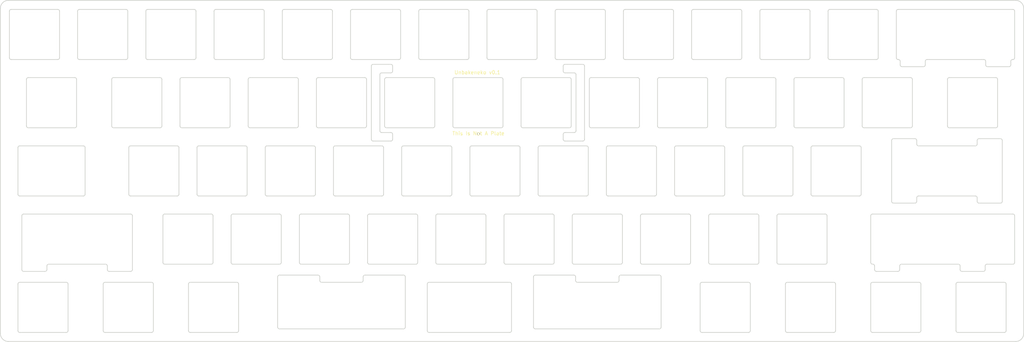
<source format=kicad_pcb>
(kicad_pcb (version 20211014) (generator pcbnew)

  (general
    (thickness 1.6)
  )

  (paper "A4")
  (layers
    (0 "F.Cu" signal)
    (31 "B.Cu" signal)
    (32 "B.Adhes" user "B.Adhesive")
    (33 "F.Adhes" user "F.Adhesive")
    (34 "B.Paste" user)
    (35 "F.Paste" user)
    (36 "B.SilkS" user "B.Silkscreen")
    (37 "F.SilkS" user "F.Silkscreen")
    (38 "B.Mask" user)
    (39 "F.Mask" user)
    (40 "Dwgs.User" user "User.Drawings")
    (41 "Cmts.User" user "User.Comments")
    (42 "Eco1.User" user "User.Eco1")
    (43 "Eco2.User" user "User.Eco2")
    (44 "Edge.Cuts" user)
    (45 "Margin" user)
    (46 "B.CrtYd" user "B.Courtyard")
    (47 "F.CrtYd" user "F.Courtyard")
    (48 "B.Fab" user)
    (49 "F.Fab" user)
  )

  (setup
    (stackup
      (layer "F.SilkS" (type "Top Silk Screen"))
      (layer "F.Paste" (type "Top Solder Paste"))
      (layer "F.Mask" (type "Top Solder Mask") (thickness 0.01))
      (layer "F.Cu" (type "copper") (thickness 0.035))
      (layer "dielectric 1" (type "core") (thickness 1.51) (material "FR4") (epsilon_r 4.5) (loss_tangent 0.02))
      (layer "B.Cu" (type "copper") (thickness 0.035))
      (layer "B.Mask" (type "Bottom Solder Mask") (thickness 0.01))
      (layer "B.Paste" (type "Bottom Solder Paste"))
      (layer "B.SilkS" (type "Bottom Silk Screen"))
      (copper_finish "None")
      (dielectric_constraints no)
    )
    (pad_to_mask_clearance 0)
    (pcbplotparams
      (layerselection 0x00010fc_ffffffff)
      (disableapertmacros false)
      (usegerberextensions false)
      (usegerberattributes false)
      (usegerberadvancedattributes false)
      (creategerberjobfile false)
      (svguseinch false)
      (svgprecision 6)
      (excludeedgelayer true)
      (plotframeref false)
      (viasonmask false)
      (mode 1)
      (useauxorigin false)
      (hpglpennumber 1)
      (hpglpenspeed 20)
      (hpglpendiameter 15.000000)
      (dxfpolygonmode true)
      (dxfimperialunits true)
      (dxfusepcbnewfont true)
      (psnegative false)
      (psa4output false)
      (plotreference true)
      (plotvalue false)
      (plotinvisibletext false)
      (sketchpadsonfab false)
      (subtractmaskfromsilk false)
      (outputformat 1)
      (mirror false)
      (drillshape 0)
      (scaleselection 1)
      (outputdirectory "./gerber")
    )
  )

  (net 0 "")

  (gr_arc (start 93.567499 73.230001) (mid 93.713946 72.876448) (end 94.067499 72.730001) (layer "Edge.Cuts") (width 0.2) (tstamp 0020d0ea-8d9d-4dfe-880a-001f8e7583fa))
  (gr_line (start 112.329999 92.280001) (end 112.329999 105.280001) (layer "Edge.Cuts") (width 0.2) (tstamp 01400949-8711-47ce-bcdf-a280826cb4d0))
  (gr_line (start 41.179999 92.280001) (end 41.179999 105.280001) (layer "Edge.Cuts") (width 0.2) (tstamp 0140827c-c7ce-4136-8423-19b331c30dfb))
  (gr_arc (start 58.348749 143.880001) (mid 57.995196 143.733554) (end 57.848749 143.380001) (layer "Edge.Cuts") (width 0.2) (tstamp 01ae81ad-50a2-4d33-8ea0-fd3d98098a5e))
  (gr_line (start 114.3575 88.064375) (end 111.785625 88.064375) (layer "Edge.Cuts") (width 0.2) (tstamp 02244622-df84-46cd-a7d6-e05813ac137c))
  (gr_arc (start 165.554375 71.395625) (mid 165.907928 71.542072) (end 166.054375 71.895625) (layer "Edge.Cuts") (width 0.2) (tstamp 02431369-cb58-4f7e-be10-59d278a08290))
  (gr_line (start 278.074249 91.280001) (end 278.074249 90.280001) (layer "Edge.Cuts") (width 0.2) (tstamp 02841143-1387-42bc-9447-60f05e442b46))
  (gr_arc (start 279.955499 67.680001) (mid 280.309052 67.826448) (end 280.455499 68.180001) (layer "Edge.Cuts") (width 0.2) (tstamp 028c4781-029e-4cd1-832d-aef4706f9660))
  (gr_arc (start 27.392499 67.680001) (mid 27.038946 67.533554) (end 26.892499 67.180001) (layer "Edge.Cuts") (width 0.2) (tstamp 02cf0608-64df-4388-bd0c-fe857420ecaa))
  (gr_arc (start 291.067499 144.155001) (mid 290.408489 145.745991) (end 288.817499 146.405001) (layer "Edge.Cuts") (width 0.2) (tstamp 03438737-95ab-406b-8cb5-5e650f962467))
  (gr_line (start 162.4825 89.945625) (end 162.4825 88.564375) (layer "Edge.Cuts") (width 0.2) (tstamp 03dbc574-b025-4a24-82f8-422e635dbe2f))
  (gr_line (start 159.954999 111.330001) (end 159.954999 124.330001) (layer "Edge.Cuts") (width 0.2) (tstamp 044bfb6e-903a-4762-be15-121c772b8e38))
  (gr_line (start 98.829999 91.780001) (end 111.829999 91.780001) (layer "Edge.Cuts") (width 0.2) (tstamp 0491e5d4-c4ae-4da7-895d-138019147271))
  (gr_line (start 285.074249 107.280001) (end 285.074249 90.280001) (layer "Edge.Cuts") (width 0.2) (tstamp 051439dd-1bbd-40e3-89a2-25e5f13b5c0c))
  (gr_arc (start 136.429999 92.280001) (mid 136.576446 91.926448) (end 136.929999 91.780001) (layer "Edge.Cuts") (width 0.2) (tstamp 056cb4ef-69ea-4939-b079-dfea5fd5a097))
  (gr_arc (start 248.848749 124.830001) (mid 248.495196 124.683554) (end 248.348749 124.330001) (layer "Edge.Cuts") (width 0.2) (tstamp 06b54f10-345c-4763-b92a-2a84cdc749bc))
  (gr_arc (start 116.592499 53.680001) (mid 116.946052 53.826448) (end 117.092499 54.180001) (layer "Edge.Cuts") (width 0.2) (tstamp 06ce0d95-233d-40ba-9254-b8aff42c02c6))
  (gr_line (start 60.729999 91.780001) (end 73.729999 91.780001) (layer "Edge.Cuts") (width 0.2) (tstamp 06f99667-df33-44a4-9190-d6f9a66e2162))
  (gr_line (start 226.917499 73.230001) (end 226.917499 86.230001) (layer "Edge.Cuts") (width 0.2) (tstamp 071113b7-0397-44c3-8cb8-618427989b69))
  (gr_arc (start 261.198249 106.280001) (mid 261.344696 105.926448) (end 261.698249 105.780001) (layer "Edge.Cuts") (width 0.2) (tstamp 0725b648-a999-4eb1-868a-191959de4258))
  (gr_line (start 236.942499 53.680001) (end 249.942499 53.680001) (layer "Edge.Cuts") (width 0.2) (tstamp 07cf95ae-0d39-4777-86e1-52ddd6ffdada))
  (gr_arc (start 283.279999 72.730001) (mid 283.633552 72.876448) (end 283.779999 73.230001) (layer "Edge.Cuts") (width 0.2) (tstamp 0838b985-063e-4369-a6c6-14e374fe450e))
  (gr_line (start 262.348749 130.380001) (end 262.348749 143.380001) (layer "Edge.Cuts") (width 0.2) (tstamp 08ae0cd5-029b-4100-9008-bcd27e2408da))
  (gr_arc (start 88.517499 86.230001) (mid 88.371052 86.583554) (end 88.017499 86.730001) (layer "Edge.Cuts") (width 0.2) (tstamp 09e14f91-fe29-49d2-898b-f2d9b0e888bd))
  (gr_arc (start 36.917499 86.730001) (mid 36.563946 86.583554) (end 36.417499 86.230001) (layer "Edge.Cuts") (width 0.2) (tstamp 0a2dcbf3-c277-42b9-80b9-f031e13f5a06))
  (gr_line (start 94.067499 72.730001) (end 107.067499 72.730001) (layer "Edge.Cuts") (width 0.2) (tstamp 0a503136-fa4d-46af-ac61-0d1e9f51bbc2))
  (gr_arc (start 114.8575 70.895625) (mid 114.711053 71.249178) (end 114.3575 71.395625) (layer "Edge.Cuts") (width 0.2) (tstamp 0ab9715c-83b0-4731-9954-fb6c3b8ab37a))
  (gr_arc (start 40.892499 67.180001) (mid 40.746052 67.533554) (end 40.392499 67.680001) (layer "Edge.Cuts") (width 0.2) (tstamp 0b2a95ff-54b2-4e26-a85e-8efb85972060))
  (gr_arc (start 261.198249 107.280001) (mid 261.051802 107.633554) (end 260.698249 107.780001) (layer "Edge.Cuts") (width 0.2) (tstamp 0bf4b4f3-9868-4e81-a374-b5300bc28e99))
  (gr_line (start 126.617499 73.230001) (end 126.617499 86.230001) (layer "Edge.Cuts") (width 0.2) (tstamp 0c3099b1-30f3-4784-baf4-1d7228cfe6fd))
  (gr_arc (start 131.667499 73.230001) (mid 131.813946 72.876448) (end 132.167499 72.730001) (layer "Edge.Cuts") (width 0.2) (tstamp 0c9e72b8-0a08-4074-8673-6ba2f23ffed1))
  (gr_line (start 225.036249 143.880001) (end 238.036249 143.880001) (layer "Edge.Cuts") (width 0.2) (tstamp 0d1961c0-ac33-4f96-b9f3-a25e3c546425))
  (gr_line (start 240.917499 73.230001) (end 240.917499 86.230001) (layer "Edge.Cuts") (width 0.2) (tstamp 0d7b64dd-13ff-4152-a294-14d187c21d67))
  (gr_arc (start 202.817499 86.230001) (mid 202.671052 86.583554) (end 202.317499 86.730001) (layer "Edge.Cuts") (width 0.2) (tstamp 0d95f472-10aa-4a14-a41a-c0cbd91290f7))
  (gr_arc (start 150.717499 73.230001) (mid 150.863946 72.876448) (end 151.217499 72.730001) (layer "Edge.Cuts") (width 0.2) (tstamp 0dd4917c-2283-4546-9de7-f294b188cbf2))
  (gr_arc (start 148.048749 143.380001) (mid 147.902302 143.733554) (end 147.548749 143.880001) (layer "Edge.Cuts") (width 0.2) (tstamp 0e851ea5-1f1c-40d5-bf47-393077fa2f9e))
  (gr_line (start 259.967499 73.230001) (end 259.967499 86.230001) (layer "Edge.Cuts") (width 0.2) (tstamp 0e94a3ab-c4ea-498f-a165-70387f808d86))
  (gr_line (start 145.954999 111.330001) (end 145.954999 124.330001) (layer "Edge.Cuts") (width 0.2) (tstamp 0f3dc9a0-9aa7-4f79-aadd-a5e1609ba0aa))
  (gr_line (start 212.629999 92.280001) (end 212.629999 105.280001) (layer "Edge.Cuts") (width 0.2) (tstamp 0fdafb7a-c471-4bf0-871f-bf9547489a3c))
  (gr_line (start 122.642499 67.680001) (end 135.642499 67.680001) (layer "Edge.Cuts") (width 0.2) (tstamp 108323e4-8825-4d8f-a060-d03d5dcc7754))
  (gr_line (start 55.967499 86.730001) (end 68.967499 86.730001) (layer "Edge.Cuts") (width 0.2) (tstamp 109a8ba0-5586-47af-a727-036fdce3b615))
  (gr_line (start 168.435625 69.514375) (end 168.435625 89.945625) (layer "Edge.Cuts") (width 0.2) (tstamp 10db6b03-b197-40ec-b43c-2a3aca72a055))
  (gr_arc (start 18.310749 126.330001) (mid 18.164302 126.683554) (end 17.810749 126.830001) (layer "Edge.Cuts") (width 0.2) (tstamp 113dbc48-fd3a-46e9-8fdc-0249027810b1))
  (gr_arc (start 141.192499 54.180001) (mid 141.338946 53.826448) (end 141.692499 53.680001) (layer "Edge.Cuts") (width 0.2) (tstamp 118ef550-37b4-4768-924d-51bb096e3919))
  (gr_line (start 162.9825 88.064375) (end 165.554375 88.064375) (layer "Edge.Cuts") (width 0.2) (tstamp 11bcd3be-70f2-4abe-921f-5cafbca0eabc))
  (gr_line (start 227.417499 72.730001) (end 240.417499 72.730001) (layer "Edge.Cuts") (width 0.2) (tstamp 12998e02-edd2-42ba-9cb5-5dbdd54161e5))
  (gr_line (start 203.104999 111.330001) (end 203.104999 124.330001) (layer "Edge.Cuts") (width 0.2) (tstamp 13b9456d-4216-4970-bdbe-176d6a15d04e))
  (gr_line (start 57.848749 130.380001) (end 57.848749 143.380001) (layer "Edge.Cuts") (width 0.2) (tstamp 1447ecfd-7fe5-4ac2-8602-e81d87c37cb5))
  (gr_arc (start 231.392499 67.180001) (mid 231.246052 67.533554) (end 230.892499 67.680001) (layer "Edge.Cuts") (width 0.2) (tstamp 1473ee8c-4148-4085-b676-0b9d4587839c))
  (gr_line (start 98.329999 92.280001) (end 98.329999 105.280001) (layer "Edge.Cuts") (width 0.2) (tstamp 14cf7482-82b2-4e2e-90a1-b2c37d126b11))
  (gr_arc (start 88.804999 111.330001) (mid 88.951446 110.976448) (end 89.304999 110.830001) (layer "Edge.Cuts") (width 0.2) (tstamp 14e3059e-d9b2-46f5-90d1-d4bb03e4d4dc))
  (gr_line (start 179.292499 54.180001) (end 179.292499 67.180001) (layer "Edge.Cuts") (width 0.2) (tstamp 1539d16b-4298-461c-9a11-7f3da7b1ed40))
  (gr_line (start 71.848749 130.380001) (end 71.848749 143.380001) (layer "Edge.Cuts") (width 0.2) (tstamp 15964ed3-5d18-473c-ab4f-2ce2dc31f577))
  (gr_arc (start 117.379999 92.280001) (mid 117.526446 91.926448) (end 117.879999 91.780001) (layer "Edge.Cuts") (width 0.2) (tstamp 15a1ee31-9ad8-4803-8e42-b439df6d944c))
  (gr_line (start 179.792499 53.680001) (end 192.792499 53.680001) (layer "Edge.Cuts") (width 0.2) (tstamp 164f0c53-7533-44c9-b21a-154bf8953476))
  (gr_arc (start 88.017499 72.730001) (mid 88.371052 72.876448) (end 88.517499 73.230001) (layer "Edge.Cuts") (width 0.2) (tstamp 16d0b60a-91e3-4824-8d9b-103f0d794e94))
  (gr_line (start 257.079499 69.680001) (end 263.079499 69.680001) (layer "Edge.Cuts") (width 0.2) (tstamp 18b07ff6-1de1-459e-b1b4-07fba01919c7))
  (gr_arc (start 79.779999 105.780001) (mid 79.426446 105.633554) (end 79.279999 105.280001) (layer "Edge.Cuts") (width 0.2) (tstamp 18ee7e15-fb1a-42ba-bb18-213612aea71e))
  (gr_line (start 113.117499 86.730001) (end 126.117499 86.730001) (layer "Edge.Cuts") (width 0.2) (tstamp 1902fc81-6c05-44d9-b49f-90ac6a5e870b))
  (gr_line (start 245.679999 92.280001) (end 245.679999 105.280001) (layer "Edge.Cuts") (width 0.2) (tstamp 194d4a95-28c0-496e-a98b-f64151533f84))
  (gr_line (start 79.779999 105.780001) (end 92.779999 105.780001) (layer "Edge.Cuts") (width 0.2) (tstamp 1993789c-bcc8-442e-94bf-96ee23de95a8))
  (gr_arc (start 48.036249 143.380001) (mid 47.889802 143.733554) (end 47.536249 143.880001) (layer "Edge.Cuts") (width 0.2) (tstamp 1a9debba-3948-4fb3-a162-2d050e8e6cdd))
  (gr_arc (start 42.186749 126.330001) (mid 42.040302 126.683554) (end 41.686749 126.830001) (layer "Edge.Cuts") (width 0.2) (tstamp 1aa25670-e9a5-406c-adf6-f2a739445efe))
  (gr_arc (start 226.129999 91.780001) (mid 226.483552 91.926448) (end 226.629999 92.280001) (layer "Edge.Cuts") (width 0.2) (tstamp 1af6b69a-9a5d-4fb8-925f-388b223153e6))
  (gr_line (start 111.285625 87.564375) (end 111.285625 71.895625) (layer "Edge.Cuts") (width 0.2) (tstamp 1b3c58d4-fffb-4a49-916e-9acf0826567f))
  (gr_line (start 212.342499 54.180001) (end 212.342499 67.180001) (layer "Edge.Cuts") (width 0.2) (tstamp 1b5dc09e-ca2b-4554-ac89-aae722507997))
  (gr_arc (start 126.117499 72.730001) (mid 126.471052 72.876448) (end 126.617499 73.230001) (layer "Edge.Cuts") (width 0.2) (tstamp 1b82989e-15e5-450a-af8e-98e94e1a0ed0))
  (gr_line (start 278.574249 107.780001) (end 284.574249 107.780001) (layer "Edge.Cuts") (width 0.2) (tstamp 1b890e9c-6309-4c9e-8cde-6739a2fdc51d))
  (gr_arc (start 165.448249 127.880001) (mid 165.801802 128.026448) (end 165.948249 128.380001) (layer "Edge.Cuts") (width 0.2) (tstamp 1bb5210d-f60c-4abf-b30f-d7fb0706696a))
  (gr_line (start 154.685749 142.880001) (end 189.324249 142.880001) (layer "Edge.Cuts") (width 0.2) (tstamp 1bea5378-7e85-4110-a5a2-db707671269e))
  (gr_arc (start 98.829999 105.780001) (mid 98.476446 105.633554) (end 98.329999 105.280001) (layer "Edge.Cuts") (width 0.2) (tstamp 1c5ec7dc-5f51-4802-a669-cad436b66b04))
  (gr_line (start 18.310749 125.330001) (end 18.310749 126.330001) (layer "Edge.Cuts") (width 0.2) (tstamp 1cb44854-cd21-44dc-af3b-3ce0cbd70fe5))
  (gr_line (start 69.467499 73.230001) (end 69.467499 86.230001) (layer "Edge.Cuts") (width 0.2) (tstamp 1d9813e6-6485-40b1-91c4-ed8816ec777e))
  (gr_line (start 155.979999 91.780001) (end 168.979999 91.780001) (layer "Edge.Cuts") (width 0.2) (tstamp 1ed2cb5b-e68d-4522-bfa7-97564591baf7))
  (gr_line (start 148.048749 130.380001) (end 148.048749 143.380001) (layer "Edge.Cuts") (width 0.2) (tstamp 1ed5dbad-fba5-4f17-a572-02faa6ffa65e))
  (gr_line (start 11.810749 126.830001) (end 17.810749 126.830001) (layer "Edge.Cuts") (width 0.2) (tstamp 1f006d56-fcc1-43b2-92a1-a22cd58f20cd))
  (gr_arc (start 261.698249 91.780001) (mid 261.344696 91.633554) (end 261.198249 91.280001) (layer "Edge.Cuts") (width 0.2) (tstamp 1f5e6c63-02d6-4306-89ff-6792d9e2a954))
  (gr_arc (start 122.642499 67.680001) (mid 122.288946 67.533554) (end 122.142499 67.180001) (layer "Edge.Cuts") (width 0.2) (tstamp 1f6c43a1-13da-4c15-b9e7-f5adcce77e21))
  (gr_arc (start 164.717499 86.230001) (mid 164.571052 86.583554) (end 164.217499 86.730001) (layer "Edge.Cuts") (width 0.2) (tstamp 1f757766-3513-449a-931f-6396b9c007ac))
  (gr_line (start 121.854999 111.330001) (end 121.854999 124.330001) (layer "Edge.Cuts") (width 0.2) (tstamp 205521f4-541c-45aa-98ec-c536db16bfa6))
  (gr_line (start 179.004999 111.330001) (end 179.004999 124.330001) (layer "Edge.Cuts") (width 0.2) (tstamp 205e2e86-30f7-49e7-a856-55e0032615f9))
  (gr_line (start 165.448249 127.880001) (end 154.685749 127.880001) (layer "Edge.Cuts") (width 0.2) (tstamp 20af9ff0-11d8-4764-9074-bca1bc26fae8))
  (gr_arc (start 55.467499 73.230001) (mid 55.613946 72.876448) (end 55.967499 72.730001) (layer "Edge.Cuts") (width 0.2) (tstamp 20e98792-9cd6-41f8-b0e2-f87f0c66d98d))
  (gr_arc (start 245.679999 105.280001) (mid 245.533552 105.633554) (end 245.179999 105.780001) (layer "Edge.Cuts") (width 0.2) (tstamp 2144b732-1268-4e0b-9e88-e0a1d3a79aa3))
  (gr_line (start 288.542499 54.180001) (end 288.542499 67.180001) (layer "Edge.Cuts") (width 0.2) (tstamp 222338e8-266e-459a-8d21-fa4a2df7fe9f))
  (gr_arc (start 227.417499 86.730001) (mid 227.063946 86.583554) (end 226.917499 86.230001) (layer "Edge.Cuts") (width 0.2) (tstamp 228324d8-b075-42e5-8e80-c6e01392a6cf))
  (gr_line (start 132.167499 72.730001) (end 145.167499 72.730001) (layer "Edge.Cuts") (width 0.2) (tstamp 22a7c448-e75a-4cf1-8ef1-e85c40fe46c4))
  (gr_line (start 64.992499 54.180001) (end 64.992499 67.180001) (layer "Edge.Cuts") (width 0.2) (tstamp 238d0754-146c-4b10-b325-ea44e4e804c9))
  (gr_line (start 75.017499 86.730001) (end 88.017499 86.730001) (layer "Edge.Cuts") (width 0.2) (tstamp 23d69b2a-18d6-43d6-86d5-9aea7db35440))
  (gr_line (start 193.579999 92.280001) (end 193.579999 105.280001) (layer "Edge.Cuts") (width 0.2) (tstamp 242826bf-265a-4b11-8198-51260e264874))
  (gr_line (start 108.354999 124.830001) (end 121.354999 124.830001) (layer "Edge.Cuts") (width 0.2) (tstamp 242d7ad0-d3e6-44f3-8c40-1032e9857fbb))
  (gr_line (start 74.517499 73.230001) (end 74.517499 86.230001) (layer "Edge.Cuts") (width 0.2) (tstamp 2434a3e8-9aca-43e4-8a22-e9fea440e82b))
  (gr_arc (start 107.067499 72.730001) (mid 107.421052 72.876448) (end 107.567499 73.230001) (layer "Edge.Cuts") (width 0.2) (tstamp 24fccd9e-94ec-42fe-a666-939e82a8810b))
  (gr_line (start 111.785625 71.395625) (end 114.3575 71.395625) (layer "Edge.Cuts") (width 0.2) (tstamp 251b7c9d-8b23-48b7-b758-120a59d92687))
  (gr_arc (start 175.029999 105.780001) (mid 174.676446 105.633554) (end 174.529999 105.280001) (layer "Edge.Cuts") (width 0.2) (tstamp 25408238-ce25-4d5c-b875-67761a06d43b))
  (gr_arc (start 224.536249 130.380001) (mid 224.682696 130.026448) (end 225.036249 129.880001) (layer "Edge.Cuts") (width 0.2) (tstamp 25efeb4b-def7-4ce4-8baf-3d4303a24407))
  (gr_line (start 291.067499 53.405001) (end 291.067499 144.155001) (layer "Edge.Cuts") (width 0.2) (tstamp 265d8a9a-54ba-478a-a6d7-54c884db09d8))
  (gr_arc (start 159.954999 124.330001) (mid 159.808552 124.683554) (end 159.454999 124.830001) (layer "Edge.Cuts") (width 0.2) (tstamp 26b3ae04-d29b-4390-97b7-70d826bf4be5))
  (gr_line (start 132.167499 86.730001) (end 145.167499 86.730001) (layer "Edge.Cuts") (width 0.2) (tstamp 2739736b-afb1-419d-9e9c-91c65f4eb9fa))
  (gr_line (start 58.348749 143.880001) (end 71.348749 143.880001) (layer "Edge.Cuts") (width 0.2) (tstamp 2789e1c3-c5cb-44ae-afc3-4d4f87ef4497))
  (gr_line (start 65.492499 53.680001) (end 78.492499 53.680001) (layer "Edge.Cuts") (width 0.2) (tstamp 287834b8-f62d-40f2-9570-43a1186b5493))
  (gr_line (start 117.879999 105.780001) (end 130.879999 105.780001) (layer "Edge.Cuts") (width 0.2) (tstamp 28eff19a-4522-4b5f-8992-632159daa06e))
  (gr_arc (start 240.917499 86.230001) (mid 240.771052 86.583554) (end 240.417499 86.730001) (layer "Edge.Cuts") (width 0.2) (tstamp 291076c9-165b-4078-8e59-50bad6d448eb))
  (gr_arc (start 154.685749 142.880001) (mid 154.332196 142.733554) (end 154.185749 142.380001) (layer "Edge.Cuts") (width 0.2) (tstamp 292df1bb-c485-4816-83fb-4ace170c2ace))
  (gr_line (start 35.186749 125.330001) (end 35.186749 126.330001) (layer "Edge.Cuts") (width 0.2) (tstamp 29c3d275-19f7-4f36-806f-121461d22f99))
  (gr_line (start 225.036249 129.880001) (end 238.036249 129.880001) (layer "Edge.Cuts") (width 0.2) (tstamp 2a2c7ab8-9bc8-4081-8e2e-19c313f7b5a6))
  (gr_arc (start 208.367499 86.730001) (mid 208.013946 86.583554) (end 207.867499 86.230001) (layer "Edge.Cuts") (width 0.2) (tstamp 2adec194-225f-4639-aed1-59b6cdbe7554))
  (gr_arc (start 117.092499 67.180001) (mid 116.946052 67.533554) (end 116.592499 67.680001) (layer "Edge.Cuts") (width 0.2) (tstamp 2b5ebea2-752f-45d1-99fe-276f06d222e6))
  (gr_arc (start 232.179999 105.780001) (mid 231.826446 105.633554) (end 231.679999 105.280001) (layer "Edge.Cuts") (width 0.2) (tstamp 2b75f143-fb41-4554-831c-c92a3b45cf4d))
  (gr_arc (start 162.4825 88.564375) (mid 162.628947 88.210822) (end 162.9825 88.064375) (layer "Edge.Cuts") (width 0.2) (tstamp 2b79beff-c883-4953-b307-3c9920fb102a))
  (gr_line (start 11.810749 110.830001) (end 41.686749 110.830001) (layer "Edge.Cuts") (width 0.2) (tstamp 2bd9a1e1-bd38-4937-886f-34e2293796a2))
  (gr_line (start 113.117499 72.730001) (end 126.117499 72.730001) (layer "Edge.Cuts") (width 0.2) (tstamp 2bf3a2e5-f411-46ff-949b-3e7b4170f108))
  (gr_line (start 232.179999 91.780001) (end 245.179999 91.780001) (layer "Edge.Cuts") (width 0.2) (tstamp 2c5e0d08-939c-41be-af02-22c24bb2c008))
  (gr_arc (start 254.198249 90.280001) (mid 254.344696 89.926448) (end 254.698249 89.780001) (layer "Edge.Cuts") (width 0.2) (tstamp 2d27e989-5b7e-433a-86bc-d7f83ef9d01e))
  (gr_arc (start 10.223749 130.380001) (mid 10.370196 130.026448) (end 10.723749 129.880001) (layer "Edge.Cuts") (width 0.2) (tstamp 2dbcb893-1957-4f47-a0d3-2a002434e792))
  (gr_arc (start 147.548749 129.880001) (mid 147.902302 130.026448) (end 148.048749 130.380001) (layer "Edge.Cuts") (width 0.2) (tstamp 2dd7c9a1-7a69-482e-83d1-44aa1ac0d95f))
  (gr_arc (start 216.604999 110.830001) (mid 216.958552 110.976448) (end 217.104999 111.330001) (layer "Edge.Cuts") (width 0.2) (tstamp 2de8e2cb-750f-4529-88d5-48baffb197c0))
  (gr_arc (start 28.986249 105.280001) (mid 28.839802 105.633554) (end 28.486249 105.780001) (layer "Edge.Cuts") (width 0.2) (tstamp 2ed06112-892a-4e6b-8718-8c0c5ecb1ece))
  (gr_arc (start 107.854999 111.330001) (mid 108.001446 110.976448) (end 108.354999 110.830001) (layer "Edge.Cuts") (width 0.2) (tstamp 2f4c1b77-88e0-4876-8229-a0f5c6c71ee1))
  (gr_arc (start 45.942499 54.180001) (mid 46.088946 53.826448) (end 46.442499 53.680001) (layer "Edge.Cuts") (width 0.2) (tstamp 2fc3408a-a487-4a73-8b05-074eb9ddcb7f))
  (gr_arc (start 125.023749 143.880001) (mid 124.670196 143.733554) (end 124.523749 143.380001) (layer "Edge.Cuts") (width 0.2) (tstamp 2fe8f8f1-9509-4ad0-bc05-ec9c0b9d5b25))
  (gr_line (start 51.204999 110.830001) (end 64.204999 110.830001) (layer "Edge.Cuts") (width 0.2) (tstamp 3000c272-86f0-4915-ae47-e078ef23c49f))
  (gr_line (start 256.935749 124.830001) (end 272.811749 124.830001) (layer "Edge.Cuts") (width 0.2) (tstamp 308bfea5-61fe-4c30-afc7-559f20d5de73))
  (gr_line (start 122.142499 54.180001) (end 122.142499 67.180001) (layer "Edge.Cuts") (width 0.2) (tstamp 30e5cda6-8ad0-4ba2-8477-93a77f4440a0))
  (gr_line (start 7.567499 146.405001) (end 288.817499 146.405001) (layer "Edge.Cuts") (width 0.2) (tstamp 31383fdd-65b2-41bf-809e-0b1545e90400))
  (gr_arc (start 145.167499 72.730001) (mid 145.521052 72.876448) (end 145.667499 73.230001) (layer "Edge.Cuts") (width 0.2) (tstamp 3190d7e0-a61f-4ca4-b327-9b533cabbe43))
  (gr_line (start 256.579499 68.180001) (end 256.579499 69.180001) (layer "Edge.Cuts") (width 0.2) (tstamp 31c51f0d-1bdd-4978-8845-854818380f37))
  (gr_line (start 213.129999 105.780001) (end 226.129999 105.780001) (layer "Edge.Cuts") (width 0.2) (tstamp 31e0302f-cb76-4c5d-990a-a66d34e34264))
  (gr_line (start 261.698249 105.780001) (end 277.574249 105.780001) (layer "Edge.Cuts") (width 0.2) (tstamp 3214ed34-563c-460f-89e6-d8867c1cc4d2))
  (gr_line (start 125.023749 129.880001) (end 147.548749 129.880001) (layer "Edge.Cuts") (width 0.2) (tstamp 32ccb04b-c366-4148-9e8f-4d09f17c0e32))
  (gr_arc (start 193.292499 67.180001) (mid 193.146052 67.533554) (end 192.792499 67.680001) (layer "Edge.Cuts") (width 0.2) (tstamp 3378a1e7-2dca-417d-821c-68fa4e9dd60c))
  (gr_arc (start 78.992499 67.180001) (mid 78.846052 67.533554) (end 78.492499 67.680001) (layer "Edge.Cuts") (width 0.2) (tstamp 337a903e-e325-4bb4-908a-6753459a3eff))
  (gr_line (start 28.986249 92.280001) (end 28.986249 105.280001) (layer "Edge.Cuts") (width 0.2) (tstamp 34514a5c-2496-4e1c-ae54-cbb7fcd6182d))
  (gr_line (start 60.229999 92.280001) (end 60.229999 105.280001) (layer "Edge.Cuts") (width 0.2) (tstamp 34aaab7a-e3cf-4c29-9634-ee9c18070d6e))
  (gr_line (start 194.079999 105.780001) (end 207.079999 105.780001) (layer "Edge.Cuts") (width 0.2) (tstamp 34b43264-2c5b-4f7d-bec4-8dbdce3fe913))
  (gr_arc (start 35.686749 126.830001) (mid 35.333196 126.683554) (end 35.186749 126.330001) (layer "Edge.Cuts") (width 0.2) (tstamp 359bbc09-2b6a-428a-897c-ebec0a422dd6))
  (gr_arc (start 236.154999 124.330001) (mid 236.008552 124.683554) (end 235.654999 124.830001) (layer "Edge.Cuts") (width 0.2) (tstamp 35b07343-df51-49fd-a4f0-375ee990e400))
  (gr_line (start 217.892499 67.680001) (end 230.892499 67.680001) (layer "Edge.Cuts") (width 0.2) (tstamp 364b3bfe-61f2-43e3-b307-4f64e5f16687))
  (gr_arc (start 97.542499 53.680001) (mid 97.896052 53.826448) (end 98.042499 54.180001) (layer "Edge.Cuts") (width 0.2) (tstamp 36581bde-4aad-4752-bd97-b44be452c08b))
  (gr_arc (start 217.104999 124.330001) (mid 216.958552 124.683554) (end 216.604999 124.830001) (layer "Edge.Cuts") (width 0.2) (tstamp 3659ebac-d43b-481c-a73e-e55f04be037c))
  (gr_arc (start 109.404375 90.445625) (mid 109.050822 90.299178) (end 108.904375 89.945625) (layer "Edge.Cuts") (width 0.2) (tstamp 367afd26-be8b-422a-ab8f-fbd169ddcc5a))
  (gr_line (start 248.848749 124.830001) (end 248.935749 124.830001) (layer "Edge.Cuts") (width 0.2) (tstamp 370d6d02-4d43-4982-95d0-ea841ea44e43))
  (gr_line (start 117.886749 127.880001) (end 107.124249 127.880001) (layer "Edge.Cuts") (width 0.2) (tstamp 37bf49f5-cdc0-41ff-ac2f-faa8eabe7d4b))
  (gr_line (start 126.904999 111.330001) (end 126.904999 124.330001) (layer "Edge.Cuts") (width 0.2) (tstamp 38947350-f998-4caf-88b9-4291aac52499))
  (gr_line (start 184.554999 124.830001) (end 197.554999 124.830001) (layer "Edge.Cuts") (width 0.2) (tstamp 389d30ed-fbf2-4e43-8511-b397b6fdbe60))
  (gr_arc (start 118.386749 142.380001) (mid 118.240302 142.733554) (end 117.886749 142.880001) (layer "Edge.Cuts") (width 0.2) (tstamp 395da458-ba5c-40f0-9cac-103428cb32c1))
  (gr_line (start 10.723749 91.780001) (end 28.486249 91.780001) (layer "Edge.Cuts") (width 0.2) (tstamp 3a5b3c2b-5a7b-4f36-95e7-f1b4758886ba))
  (gr_arc (start 273.811749 126.830001) (mid 273.458196 126.683554) (end 273.311749 126.330001) (layer "Edge.Cuts") (width 0.2) (tstamp 3a675b24-665f-4ebe-983a-95cdcc3751ad))
  (gr_arc (start 28.486249 91.780001) (mid 28.839802 91.926448) (end 28.986249 92.280001) (layer "Edge.Cuts") (width 0.2) (tstamp 3acaf950-5e72-4340-b0d7-9590066fdf29))
  (gr_line (start 280.955499 69.680001) (end 286.955499 69.680001) (layer "Edge.Cuts") (width 0.2) (tstamp 3af8af10-8a26-43d5-a542-82dd8963762b))
  (gr_line (start 36.917499 86.730001) (end 49.917499 86.730001) (layer "Edge.Cuts") (width 0.2) (tstamp 3b9a610f-06e0-4be0-8887-e00aa49f119e))
  (gr_arc (start 238.536249 143.380001) (mid 238.389802 143.733554) (end 238.036249 143.880001) (layer "Edge.Cuts") (width 0.2) (tstamp 3d8d17eb-9da3-4258-b9c3-8f8e43f91f1a))
  (gr_line (start 255.992499 67.680001) (end 256.079499 67.680001) (layer "Edge.Cuts") (width 0.2) (tstamp 3da9302f-7698-441a-9848-c604aaf1613a))
  (gr_arc (start 255.992499 67.680001) (mid 255.638946 67.533554) (end 255.492499 67.180001) (layer "Edge.Cuts") (width 0.2) (tstamp 3dc171cf-5cb2-4c67-9a2e-79dd84756545))
  (gr_line (start 136.929999 91.780001) (end 149.929999 91.780001) (layer "Edge.Cuts") (width 0.2) (tstamp 3dcf2b9c-9149-4aa9-9578-69b714aea544))
  (gr_arc (start 46.442499 67.680001) (mid 46.088946 67.533554) (end 45.942499 67.180001) (layer "Edge.Cuts") (width 0.2) (tstamp 3de0b227-472e-4982-9629-f04af83c07a9))
  (gr_arc (start 245.179999 91.780001) (mid 245.533552 91.926448) (end 245.679999 92.280001) (layer "Edge.Cuts") (width 0.2) (tstamp 3df830de-4ed6-4e8e-8ec1-513ec29e3820))
  (gr_arc (start 225.036249 143.880001) (mid 224.682696 143.733554) (end 224.536249 143.380001) (layer "Edge.Cuts") (width 0.2) (tstamp 3e425e3f-14fb-4fd6-bdf2-17f58f37086a))
  (gr_arc (start 154.185749 128.380001) (mid 154.332196 128.026448) (end 154.685749 127.880001) (layer "Edge.Cuts") (width 0.2) (tstamp 3e4753ac-663f-47e1-8457-e59144432f0b))
  (gr_line (start 34.536249 143.880001) (end 47.536249 143.880001) (layer "Edge.Cuts") (width 0.2) (tstamp 3e56d9ee-e4f1-41fc-9d6a-2d6e6e8ad807))
  (gr_line (start 55.467499 73.230001) (end 55.467499 86.230001) (layer "Edge.Cuts") (width 0.2) (tstamp 3efcf1e6-f26f-488f-9a24-1986d771e52a))
  (gr_arc (start 41.679999 105.780001) (mid 41.326446 105.633554) (end 41.179999 105.280001) (layer "Edge.Cuts") (width 0.2) (tstamp 3f19a83e-b299-4289-8ee0-190dd22509bf))
  (gr_arc (start 84.542499 67.680001) (mid 84.188946 67.533554) (end 84.042499 67.180001) (layer "Edge.Cuts") (width 0.2) (tstamp 40047fbb-dd9b-4ca9-811b-65f6b9c7ecaf))
  (gr_arc (start 11.810749 126.830001) (mid 11.457196 126.683554) (end 11.310749 126.330001) (layer "Edge.Cuts") (width 0.2) (tstamp 4081599c-4187-4b0c-8b58-f14d38f5e3d3))
  (gr_arc (start 40.392499 53.680001) (mid 40.746052 53.826448) (end 40.892499 54.180001) (layer "Edge.Cuts") (width 0.2) (tstamp 408b1f0f-c669-45b5-a50c-abb4bd4afb50))
  (gr_line (start 231.679999 92.280001) (end 231.679999 105.280001) (layer "Edge.Cuts") (width 0.2) (tstamp 408d6bc1-7fdd-4ddf-a48b-aac84e000640))
  (gr_line (start 83.754999 111.330001) (end 83.754999 124.330001) (layer "Edge.Cuts") (width 0.2) (tstamp 40976abb-a8c4-4da6-8c83-a7d3d3bf9783))
  (gr_arc (start 102.304999 110.830001) (mid 102.658552 110.976448) (end 102.804999 111.330001) (layer "Edge.Cuts") (width 0.2) (tstamp 4125bf3c-e5a4-4ba0-80cb-eef115b53706))
  (gr_line (start 140.904999 111.330001) (end 140.904999 124.330001) (layer "Edge.Cuts") (width 0.2) (tstamp 4127e1c1-8b65-4651-a839-5c5e18db8990))
  (gr_arc (start 200.723749 130.380001) (mid 200.870196 130.026448) (end 201.223749 129.880001) (layer "Edge.Cuts") (width 0.2) (tstamp 41546ee3-e41c-4038-b124-89f9584d620e))
  (gr_arc (start 111.785625 88.064375) (mid 111.432072 87.917928) (end 111.285625 87.564375) (layer "Edge.Cuts") (width 0.2) (tstamp 4215c022-ead2-4baa-b02a-ce4c26eda013))
  (gr_arc (start 214.723749 143.380001) (mid 214.577302 143.733554) (end 214.223749 143.880001) (layer "Edge.Cuts") (width 0.2) (tstamp 432f0d2c-5be3-46e4-a68a-160b74ba25c1))
  (gr_arc (start 140.904999 124.330001) (mid 140.758552 124.683554) (end 140.404999 124.830001) (layer "Edge.Cuts") (width 0.2) (tstamp 45ad35e7-9edd-4fa2-ba88-c32c3473144a))
  (gr_line (start 95.010749 129.880001) (end 106.124249 129.880001) (layer "Edge.Cuts") (width 0.2) (tstamp 45d28d69-fefe-4220-a07c-f9f871cfbecc))
  (gr_line (start 34.536249 129.880001) (end 47.536249 129.880001) (layer "Edge.Cuts") (width 0.2) (tstamp 461baedb-a09d-4b58-b714-e15c7a7c6c98))
  (gr_arc (start 102.804999 124.330001) (mid 102.658552 124.683554) (end 102.304999 124.830001) (layer "Edge.Cuts") (width 0.2) (tstamp 467774c1-dae5-4187-97b1-f7422c48da40))
  (gr_arc (start 256.435749 125.330001) (mid 256.582196 124.976448) (end 256.935749 124.830001) (layer "Edge.Cuts") (width 0.2) (tstamp 470671d9-a1e5-4baa-83df-873a4a207168))
  (gr_arc (start 169.479999 105.280001) (mid 169.333552 105.633554) (end 168.979999 105.780001) (layer "Edge.Cuts") (width 0.2) (tstamp 470b6958-64d2-4b93-bc38-bfed23ddec68))
  (gr_arc (start 288.042499 53.680001) (mid 288.396052 53.826448) (end 288.542499 54.180001) (layer "Edge.Cuts") (width 0.2) (tstamp 47389d8c-1624-49f7-bd4e-0b3af7625f7e))
  (gr_line (start 260.698249 89.780001) (end 254.698249 89.780001) (layer "Edge.Cuts") (width 0.2) (tstamp 47603f09-f8de-4e1c-a023-99cc7b5c6329))
  (gr_arc (start 11.310749 111.330001) (mid 11.457196 110.976448) (end 11.810749 110.830001) (layer "Edge.Cuts") (width 0.2) (tstamp 488d4507-d561-4d0c-b14f-458c9297a51c))
  (gr_arc (start 173.742499 53.680001) (mid 174.096052 53.826448) (end 174.242499 54.180001) (layer "Edge.Cuts") (width 0.2) (tstamp 49338bee-0b5c-4ba2-90ba-45dddede98cb))
  (gr_arc (start 240.417499 72.730001) (mid 240.771052 72.876448) (end 240.917499 73.230001) (layer "Edge.Cuts") (width 0.2) (tstamp 49641b4a-63d8-43ce-82d1-9294733e6225))
  (gr_arc (start 246.467499 86.730001) (mid 246.113946 86.583554) (end 245.967499 86.230001) (layer "Edge.Cuts") (width 0.2) (tstamp 4a03e68f-c74c-4c42-b2e5-5605e5ce9473))
  (gr_line (start 27.392499 53.680001) (end 40.392499 53.680001) (layer "Edge.Cuts") (width 0.2) (tstamp 4a729ad8-68c8-4159-b7cc-ad01e164f997))
  (gr_line (start 183.767499 73.230001) (end 183.767499 86.230001) (layer "Edge.Cuts") (width 0.2) (tstamp 4a8bbbf1-d418-48b5-a4cf-155323e80d8f))
  (gr_line (start 84.542499 53.680001) (end 97.542499 53.680001) (layer "Edge.Cuts") (width 0.2) (tstamp 4b51c7e8-8150-4680-bc42-c91ebe8216b4))
  (gr_line (start 107.854999 111.330001) (end 107.854999 124.330001) (layer "Edge.Cuts") (width 0.2) (tstamp 4bcd5ddb-1a77-4f54-9da9-3e14ad241598))
  (gr_line (start 150.429999 92.280001) (end 150.429999 105.280001) (layer "Edge.Cuts") (width 0.2) (tstamp 4c56237c-d6cf-4a89-b4d8-df929e7a9c6d))
  (gr_arc (start 248.348749 130.380001) (mid 248.495196 130.026448) (end 248.848749 129.880001) (layer "Edge.Cuts") (width 0.2) (tstamp 4cae63a1-d741-4247-b6fa-953abea864eb))
  (gr_arc (start 188.817499 73.230001) (mid 188.963946 72.876448) (end 189.317499 72.730001) (layer "Edge.Cuts") (width 0.2) (tstamp 4cd13f6d-fc62-410f-a434-d463e4ead30d))
  (gr_line (start 162.4825 70.895625) (end 162.4825 69.514375) (layer "Edge.Cuts") (width 0.2) (tstamp 4cf29290-d16c-452e-81ea-f4674d248da1))
  (gr_line (start 248.848749 143.880001) (end 261.848749 143.880001) (layer "Edge.Cuts") (width 0.2) (tstamp 4dbea28e-9bb2-43d3-bff1-4609ff6d74b8))
  (gr_arc (start 106.624249 129.380001) (mid 106.477802 129.733554) (end 106.124249 129.880001) (layer "Edge.Cuts") (width 0.2) (tstamp 4ee63312-db00-48a6-80c5-cb5982ad8393))
  (gr_arc (start 21.842499 67.180001) (mid 21.696052 67.533554) (end 21.342499 67.680001) (layer "Edge.Cuts") (width 0.2) (tstamp 4fa984c0-633e-4d76-9754-e1e68030fd70))
  (gr_arc (start 70.254999 124.830001) (mid 69.901446 124.683554) (end 69.754999 124.330001) (layer "Edge.Cuts") (width 0.2) (tstamp 50096f83-e506-43f3-85e7-541eae7d9e76))
  (gr_arc (start 107.567499 86.230001) (mid 107.421052 86.583554) (end 107.067499 86.730001) (layer "Edge.Cuts") (width 0.2) (tstamp 50264303-3695-4fdb-9d35-9e74198d57d0))
  (gr_arc (start 166.448249 129.880001) (mid 166.094696 129.733554) (end 165.948249 129.380001) (layer "Edge.Cuts") (width 0.2) (tstamp 5091147c-dc5e-4b52-be21-e772131cd784))
  (gr_arc (start 213.129999 105.780001) (mid 212.776446 105.633554) (end 212.629999 105.280001) (layer "Edge.Cuts") (width 0.2) (tstamp 51497f1f-10d1-4bfb-9546-aa3d00168bc8))
  (gr_line (start 272.161249 130.380001) (end 272.161249 143.380001) (layer "Edge.Cuts") (width 0.2) (tstamp 517aeb5d-8eab-4421-9d39-bacc4bae273d))
  (gr_arc (start 166.054375 87.564375) (mid 165.907928 87.917928) (end 165.554375 88.064375) (layer "Edge.Cuts") (width 0.2) (tstamp 520ef02b-abb2-4d87-8c92-7f83c2538c66))
  (gr_line (start 35.686749 126.830001) (end 41.686749 126.830001) (layer "Edge.Cuts") (width 0.2) (tstamp 5234387a-9fa5-4a20-8b98-270fb5856405))
  (gr_arc (start 285.661249 129.880001) (mid 286.014802 130.026448) (end 286.161249 130.380001) (layer "Edge.Cuts") (width 0.2) (tstamp 5302f359-78ac-4ee8-97b6-ae3b7e9235ea))
  (gr_line (start 40.892499 54.180001) (end 40.892499 67.180001) (layer "Edge.Cuts") (width 0.2) (tstamp 53306c9f-af65-4208-ae43-b0a413dc6aee))
  (gr_line (start 255.492499 54.180001) (end 255.492499 67.180001) (layer "Edge.Cuts") (width 0.2) (tstamp 53e25655-9641-4a31-bb19-f7ed4c9ffdbe))
  (gr_arc (start 26.892499 54.180001) (mid 27.038946 53.826448) (end 27.392499 53.680001) (layer "Edge.Cuts") (width 0.2) (tstamp 53f096c1-b7f7-4874-85c3-924e94be286f))
  (gr_arc (start 41.686749 110.830001) (mid 42.040302 110.976448) (end 42.186749 111.330001) (layer "Edge.Cuts") (width 0.2) (tstamp 54204bb9-ad55-487d-bb6f-7e2012a1298e))
  (gr_line (start 166.054375 87.564375) (end 166.054375 71.895625) (layer "Edge.Cuts") (width 0.2) (tstamp 55231156-8ac6-45fc-997a-9ce781173849))
  (gr_line (start 8.342499 67.680001) (end 21.342499 67.680001) (layer "Edge.Cuts") (width 0.2) (tstamp 55351130-db6a-4480-9676-3de614eef602))
  (gr_line (start 184.554999 110.830001) (end 197.554999 110.830001) (layer "Edge.Cuts") (width 0.2) (tstamp 55b2167f-35d4-4430-9a84-9e67e3695bc5))
  (gr_line (start 178.061749 129.380001) (end 178.061749 128.380001) (layer "Edge.Cuts") (width 0.2) (tstamp 564ef772-8545-4140-bc87-e76e2152cc57))
  (gr_line (start 208.367499 86.730001) (end 221.367499 86.730001) (layer "Edge.Cuts") (width 0.2) (tstamp 56e334c7-8edb-4ce9-ab37-01b9994abfa2))
  (gr_arc (start 179.792499 67.680001) (mid 179.438946 67.533554) (end 179.292499 67.180001) (layer "Edge.Cuts") (width 0.2) (tstamp 572d3c99-e59e-4806-82c8-859558b9b13b))
  (gr_line (start 114.8575 70.895625) (end 114.8575 69.514375) (layer "Edge.Cuts") (width 0.2) (tstamp 572d9844-d02a-44f1-a6c1-2dc054407e94))
  (gr_line (start 94.510749 129.380001) (end 94.510749 128.380001) (layer "Edge.Cuts") (width 0.2) (tstamp 5746f478-4da0-4313-9bc5-c21d9ac9e18e))
  (gr_line (start 269.779999 73.230001) (end 269.779999 86.230001) (layer "Edge.Cuts") (width 0.2) (tstamp 58702a16-9e18-4ac4-b54e-d66ae567a5e1))
  (gr_line (start 103.592499 53.680001) (end 116.592499 53.680001) (layer "Edge.Cuts") (width 0.2) (tstamp 58e0d6bb-872d-4803-9447-4cb6dc26305d))
  (gr_line (start 107.567499 73.230001) (end 107.567499 86.230001) (layer "Edge.Cuts") (width 0.2) (tstamp 58e0ec1f-a3b3-4d9a-824b-802a519c01c4))
  (gr_line (start 286.161249 130.380001) (end 286.161249 143.380001) (layer "Edge.Cuts") (width 0.2) (tstamp 59499751-b54b-4ba6-befd-4eb8f1a79e66))
  (gr_arc (start 283.779999 86.230001) (mid 283.633552 86.583554) (end 283.279999 86.730001) (layer "Edge.Cuts") (width 0.2) (tstamp 59a1d4f2-c779-48ee-9315-90d91f99ef9c))
  (gr_arc (start 141.692499 67.680001) (mid 141.338946 67.533554) (end 141.192499 67.180001) (layer "Edge.Cuts") (width 0.2) (tstamp 59db0d28-9ab4-48af-a423-29c57344c1e0))
  (gr_line (start 203.604999 110.830001) (end 216.604999 110.830001) (layer "Edge.Cuts") (width 0.2) (tstamp 5b087235-0964-4dd2-94ab-cbad1aae49b3))
  (gr_arc (start 168.435625 89.945625) (mid 168.289178 90.299178) (end 167.935625 90.445625) (layer "Edge.Cuts") (width 0.2) (tstamp 5b344dd7-44e4-417f-8dd5-bae719936934))
  (gr_line (start 82.748249 128.380001) (end 82.748249 142.380001) (layer "Edge.Cuts") (width 0.2) (tstamp 5cabb5d6-9fa3-44d0-8ece-405419c32eab))
  (gr_arc (start 122.142499 54.180001) (mid 122.288946 53.826448) (end 122.642499 53.680001) (layer "Edge.Cuts") (width 0.2) (tstamp 5d5517bc-d5d2-4f4c-9dd2-6dbf915247de))
  (gr_line (start 34.036249 130.380001) (end 34.036249 143.380001) (layer "Edge.Cuts") (width 0.2) (tstamp 5dc154b3-1b22-4fb4-b544-738eaca9894e))
  (gr_line (start 70.254999 124.830001) (end 83.254999 124.830001) (layer "Edge.Cuts") (width 0.2) (tstamp 5dc73bc8-735b-465f-8cab-da1e9b4ea918))
  (gr_line (start 5.317499 53.405001) (end 5.317499 144.155001) (layer "Edge.Cuts") (width 0.2) (tstamp 5e11a142-a9c7-4e94-97e7-3f85eaec27ea))
  (gr_line (start 21.842499 54.180001) (end 21.842499 67.180001) (layer "Edge.Cuts") (width 0.2) (tstamp 5e522ede-88ca-40f7-af69-461b77ad6b49))
  (gr_line (start 103.092499 54.180001) (end 103.092499 67.180001) (layer "Edge.Cuts") (width 0.2) (tstamp 5ee3bd9a-d351-4742-8323-71b4706b8d64))
  (gr_line (start 103.592499 67.680001) (end 116.592499 67.680001) (layer "Edge.Cuts") (width 0.2) (tstamp 5f727ce2-fa30-4287-8c43-da9eb8b15d5b))
  (gr_line (start 48.036249 130.380001) (end 48.036249 143.380001) (layer "Edge.Cuts") (width 0.2) (tstamp 5f74e138-fabf-48df-b12c-674bd9298e5c))
  (gr_arc (start 272.661249 143.880001) (mid 272.307696 143.733554) (end 272.161249 143.380001) (layer "Edge.Cuts") (width 0.2) (tstamp 60658ad2-9217-4dfe-ae57-03c62e95990d))
  (gr_line (start 280.311749 125.330001) (end 280.311749 126.330001) (layer "Edge.Cuts") (width 0.2) (tstamp 60c19d09-dff2-4b75-b3d0-a08c71d2f6c0))
  (gr_line (start 261.198249 91.280001) (end 261.198249 90.280001) (layer "Edge.Cuts") (width 0.2) (tstamp 61796d33-40b8-49c3-b57e-9b3529a068cb))
  (gr_line (start 55.179999 92.280001) (end 55.179999 105.280001) (layer "Edge.Cuts") (width 0.2) (tstamp 620090d8-840d-463c-9267-c2ec29b21aeb))
  (gr_arc (start 248.935749 124.830001) (mid 249.289302 124.976448) (end 249.435749 125.330001) (layer "Edge.Cuts") (width 0.2) (tstamp 6219e7fa-796d-47bf-9888-9aa95c9fd4ec))
  (gr_line (start 155.192499 54.180001) (end 155.192499 67.180001) (layer "Edge.Cuts") (width 0.2) (tstamp 629ecb97-2d53-472b-aa15-a3102c6db18d))
  (gr_arc (start 49.917499 72.730001) (mid 50.271052 72.876448) (end 50.417499 73.230001) (layer "Edge.Cuts") (width 0.2) (tstamp 62b40ae0-fe65-470b-ba60-12676aea3646))
  (gr_line (start 79.779999 91.780001) (end 92.779999 91.780001) (layer "Edge.Cuts") (width 0.2) (tstamp 62ba372d-6905-4c6b-881c-b8e026bdad4f))
  (gr_arc (start 207.867499 73.230001) (mid 208.013946 72.876448) (end 208.367499 72.730001) (layer "Edge.Cuts") (width 0.2) (tstamp 62ed0aaf-5b20-4f52-99f8-ac94f2e83029))
  (gr_line (start 261.698249 91.780001) (end 277.574249 91.780001) (layer "Edge.Cuts") (width 0.2) (tstamp 6320fa62-0799-40b8-bda4-4fd193aafce6))
  (gr_line (start 146.454999 124.830001) (end 159.454999 124.830001) (layer "Edge.Cuts") (width 0.2) (tstamp 63c910b4-4837-444e-8b5a-ef606e356429))
  (gr_line (start 13.104999 86.730001) (end 26.104999 86.730001) (layer "Edge.Cuts") (width 0.2) (tstamp 64768129-c46a-4890-86fc-237587986a78))
  (gr_arc (start 168.979999 91.780001) (mid 169.333552 91.926448) (end 169.479999 92.280001) (layer "Edge.Cuts") (width 0.2) (tstamp 647a6db2-f940-4e09-aa93-b83ad89091ef))
  (gr_arc (start 60.229999 92.280001) (mid 60.376446 91.926448) (end 60.729999 91.780001) (layer "Edge.Cuts") (width 0.2) (tstamp 64999206-3886-49a2-94ea-4dc94801f7a7))
  (gr_line (start 222.154999 111.330001) (end 222.154999 124.330001) (layer "Edge.Cuts") (width 0.2) (tstamp 64b76e78-c89c-43ef-93e2-c696c6ea0570))
  (gr_line (start 122.642499 53.680001) (end 135.642499 53.680001) (layer "Edge.Cuts") (width 0.2) (tstamp 64c48484-8465-49a5-a558-e1f82bdf63d4))
  (gr_arc (start 207.079999 91.780001) (mid 207.433552 91.926448) (end 207.579999 92.280001) (layer "Edge.Cuts") (width 0.2) (tstamp 65a490d6-a342-48dc-8827-79fcf50bc9f9))
  (gr_line (start 94.067499 86.730001) (end 107.067499 86.730001) (layer "Edge.Cuts") (width 0.2) (tstamp 65a98290-e718-4437-a097-4af3235727c0))
  (gr_line (start 280.455499 68.180001) (end 280.455499 69.180001) (layer "Edge.Cuts") (width 0.2) (tstamp 65a99a09-3245-4bab-83f9-eb54031d3136))
  (gr_arc (start 127.404999 124.830001) (mid 127.051446 124.683554) (end 126.904999 124.330001) (layer "Edge.Cuts") (width 0.2) (tstamp 65aa4cf6-6002-4c7d-8b61-0409b8f054ff))
  (gr_arc (start 277.574249 105.780001) (mid 277.927802 105.926448) (end 278.074249 106.280001) (layer "Edge.Cuts") (width 0.2) (tstamp 661aeb8d-cbc8-4002-b435-a462fd4efce0))
  (gr_line (start 214.723749 130.380001) (end 214.723749 143.380001) (layer "Edge.Cuts") (width 0.2) (tstamp 671fb52b-6097-4371-8623-78f6b4f2c4c2))
  (gr_line (start 136.929999 105.780001) (end 149.929999 105.780001) (layer "Edge.Cuts") (width 0.2) (tstamp 676ccbc4-b247-4ed4-9cf8-54a2b7e7576a))
  (gr_line (start 236.154999 111.330001) (end 236.154999 124.330001) (layer "Edge.Cuts") (width 0.2) (tstamp 683b2501-09a9-41fe-908b-7e6b8e263d70))
  (gr_arc (start 59.942499 67.180001) (mid 59.796052 67.533554) (end 59.442499 67.680001) (layer "Edge.Cuts") (width 0.2) (tstamp 684eca6f-09b4-4190-bb7a-0c97102891a5))
  (gr_line (start 238.536249 130.380001) (end 238.536249 143.380001) (layer "Edge.Cuts") (width 0.2) (tstamp 68da8cc6-0765-4da4-9976-d371a52df850))
  (gr_line (start 254.698249 107.780001) (end 260.698249 107.780001) (layer "Edge.Cuts") (width 0.2) (tstamp 690561e0-38ae-4588-b49b-3707f0782ac4))
  (gr_line (start 246.467499 86.730001) (end 259.467499 86.730001) (layer "Edge.Cuts") (width 0.2) (tstamp 69509d56-9bb2-4b10-9d93-838acc3bc5b3))
  (gr_line (start 93.279999 92.280001) (end 93.279999 105.280001) (layer "Edge.Cuts") (width 0.2) (tstamp 695d937f-802a-48dc-821f-174b87bac671))
  (gr_line (start 288.542499 111.330001) (end 288.542499 124.330001) (layer "Edge.Cuts") (width 0.2) (tstamp 695ebea2-c38a-486f-bf80-fe8474530a8e))
  (gr_arc (start 194.079999 105.780001) (mid 193.726446 105.633554) (end 193.579999 105.280001) (layer "Edge.Cuts") (width 0.2) (tstamp 6987a42f-b700-46ac-ad2e-0c300995f6b4))
  (gr_arc (start 212.342499 67.180001) (mid 212.196052 67.533554) (end 211.842499 67.680001) (layer "Edge.Cuts") (width 0.2) (tstamp 69cc7e34-d00f-4dde-ba04-bddfc3a740b1))
  (gr_line (start 51.204999 124.830001) (end 64.204999 124.830001) (layer "Edge.Cuts") (width 0.2) (tstamp 6b7e3aa4-c63e-47ec-9c2b-2d6b632b3361))
  (gr_line (start 127.404999 124.830001) (end 140.404999 124.830001) (layer "Edge.Cuts") (width 0.2) (tstamp 6b964f6c-f00c-401e-8610-6bad4637fe5c))
  (gr_line (start 248.348749 130.380001) (end 248.348749 143.380001) (layer "Edge.Cuts") (width 0.2) (tstamp 6ba8c850-10c3-4dd1-9823-0930a4f3f1c5))
  (gr_arc (start 178.061749 129.380001) (mid 177.915302 129.733554) (end 177.561749 129.880001) (layer "Edge.Cuts") (width 0.2) (tstamp 6bef494c-4365-4e0b-b76a-20f0c1d37b83))
  (gr_line (start 8.342499 53.680001) (end 21.342499 53.680001) (layer "Edge.Cuts") (width 0.2) (tstamp 6ca7104b-aceb-41c7-9e01-e8c935c09261))
  (gr_line (start 175.029999 105.780001) (end 188.029999 105.780001) (layer "Edge.Cuts") (width 0.2) (tstamp 6d70ed99-43ba-4153-ba05-b63ab221eba9))
  (gr_line (start 160.742499 53.680001) (end 173.742499 53.680001) (layer "Edge.Cuts") (width 0.2) (tstamp 6e9b6b50-f239-4c33-81c7-73e14a192e8a))
  (gr_arc (start 113.117499 86.730001) (mid 112.763946 86.583554) (end 112.617499 86.230001) (layer "Edge.Cuts") (width 0.2) (tstamp 6ea06f35-328b-4023-b0c8-577506471241))
  (gr_arc (start 288.817499 51.155001) (mid 290.408489 51.814011) (end 291.067499 53.405001) (layer "Edge.Cuts") (width 0.2) (tstamp 7111b132-827b-4363-a82f-490a6a77789b))
  (gr_arc (start 83.248249 142.880001) (mid 82.894696 142.733554) (end 82.748249 142.380001) (layer "Edge.Cuts") (width 0.2) (tstamp 71f42e40-d26c-4c53-8ab4-8f0ed0d78e0d))
  (gr_line (start 165.504999 110.830001) (end 178.504999 110.830001) (layer "Edge.Cuts") (width 0.2) (tstamp 7259a5ec-2f13-48c2-a14b-4b82c2611979))
  (gr_arc (start 214.223749 129.880001) (mid 214.577302 130.026448) (end 214.723749 130.380001) (layer "Edge.Cuts") (width 0.2) (tstamp 72d6d8d5-5ec1-4dc2-931e-3736b69f933d))
  (gr_arc (start 162.9825 90.445625) (mid 162.628947 90.299178) (end 162.4825 89.945625) (layer "Edge.Cuts") (width 0.2) (tstamp 746090d3-f294-46e3-b6e9-09091c83ee07))
  (gr_arc (start 64.992499 54.180001) (mid 65.138946 53.826448) (end 65.492499 53.680001) (layer "Edge.Cuts") (width 0.2) (tstamp 7503b3de-7b57-442e-9fef-a51c91b1e2b1))
  (gr_line (start 261.198249 106.280001) (end 261.198249 107.280001) (layer "Edge.Cuts") (width 0.2) (tstamp 752a2e02-e0bf-4ed5-888f-2b4756e263c9))
  (gr_arc (start 151.217499 86.730001) (mid 150.863946 86.583554) (end 150.717499 86.230001) (layer "Edge.Cuts") (width 0.2) (tstamp 753633ed-c365-425b-81b3-bd233befd3b8))
  (gr_arc (start 174.529999 92.280001) (mid 174.676446 91.926448) (end 175.029999 91.780001) (layer "Edge.Cuts") (width 0.2) (tstamp 75ab1a52-b7a3-4efc-ad37-8fb5aef89e9b))
  (gr_arc (start 207.579999 105.280001) (mid 207.433552 105.633554) (end 207.079999 105.780001) (layer "Edge.Cuts") (width 0.2) (tstamp 75c10069-b4db-4f49-8e10-5449f3751252))
  (gr_arc (start 235.654999 110.830001) (mid 236.008552 110.976448) (end 236.154999 111.330001) (layer "Edge.Cuts") (width 0.2) (tstamp 76137da8-61a8-4ae0-9902-e9599ba20e8e))
  (gr_arc (start 69.754999 111.330001) (mid 69.901446 110.976448) (end 70.254999 110.830001) (layer "Edge.Cuts") (width 0.2) (tstamp 7626ef76-584a-445f-9e79-de3783be12b9))
  (gr_line (start 221.867499 73.230001) (end 221.867499 86.230001) (layer "Edge.Cuts") (width 0.2) (tstamp 7677ede6-1f85-4d8f-a7c2-17bea74f83e9))
  (gr_arc (start 112.617499 73.230001) (mid 112.763946 72.876448) (end 113.117499 72.730001) (layer "Edge.Cuts") (width 0.2) (tstamp 76def783-a0fa-47c3-9593-18ecf95d0d18))
  (gr_arc (start 140.404999 110.830001) (mid 140.758552 110.976448) (end 140.904999 111.330001) (layer "Edge.Cuts") (width 0.2) (tstamp 7755fe97-96c1-4153-8e07-8709a0449896))
  (gr_arc (start 69.467499 86.230001) (mid 69.321052 86.583554) (end 68.967499 86.730001) (layer "Edge.Cuts") (width 0.2) (tstamp 780f9afb-cc20-42c8-b4ec-948e3d798623))
  (gr_arc (start 108.354999 124.830001) (mid 108.001446 124.683554) (end 107.854999 124.330001) (layer "Edge.Cuts") (width 0.2) (tstamp 78c373e7-5d47-4c34-8bea-c1f64d8f787f))
  (gr_arc (start 238.036249 129.880001) (mid 238.389802 130.026448) (end 238.536249 130.380001) (layer "Edge.Cuts") (width 0.2) (tstamp 7903eb88-5c01-4f23-bf3b-fbaeff968fbf))
  (gr_arc (start 286.161249 143.380001) (mid 286.014802 143.733554) (end 285.661249 143.880001) (layer "Edge.Cuts") (width 0.2) (tstamp 7aacbe2c-6632-4bd7-82d1-77578561c593))
  (gr_arc (start 82.748249 128.380001) (mid 82.894696 128.026448) (end 83.248249 127.880001) (layer "Edge.Cuts") (width 0.2) (tstamp 7ab4a345-285d-451e-a753-1088d3f3653f))
  (gr_arc (start 259.967499 86.230001) (mid 259.821052 86.583554) (end 259.467499 86.730001) (layer "Edge.Cuts") (width 0.2) (tstamp 7abe92e4-dc36-4984-8c1c-489585821cab))
  (gr_line (start 165.504999 124.830001) (end 178.504999 124.830001) (layer "Edge.Cuts") (width 0.2) (tstamp 7b34cb50-3b01-41f2-bd94-bfe3a89930c6))
  (gr_arc (start 263.579499 69.180001) (mid 263.433052 69.533554) (end 263.079499 69.680001) (layer "Edge.Cuts") (width 0.2) (tstamp 7b3e0bce-5284-4d1a-8505-b1e48ecf98ae))
  (gr_line (start 165.948249 129.380001) (end 165.948249 128.380001) (layer "Edge.Cuts") (width 0.2) (tstamp 7b83e80a-337b-4d4e-8b08-99990deb7484))
  (gr_line (start 89.304999 124.830001) (end 102.304999 124.830001) (layer "Edge.Cuts") (width 0.2) (tstamp 7b969ed2-59a1-46b8-972c-14f72fe672be))
  (gr_arc (start 126.617499 86.230001) (mid 126.471052 86.583554) (end 126.117499 86.730001) (layer "Edge.Cuts") (width 0.2) (tstamp 7ba3a1f2-5d48-4049-a871-d20b03f7a68c))
  (gr_line (start 272.661249 143.880001) (end 285.661249 143.880001) (layer "Edge.Cuts") (width 0.2) (tstamp 7c7822c6-7aaf-486d-992a-5957f27a43f9))
  (gr_arc (start 34.536249 143.880001) (mid 34.182696 143.733554) (end 34.036249 143.380001) (layer "Edge.Cuts") (width 0.2) (tstamp 7dba8d67-81e9-4f8d-bb03-bcf60266c722))
  (gr_line (start 270.279999 86.730001) (end 283.279999 86.730001) (layer "Edge.Cuts") (width 0.2) (tstamp 7e12cb0b-5b8f-4223-ba50-4e4ffc4017ff))
  (gr_line (start 264.079499 67.680001) (end 279.955499 67.680001) (layer "Edge.Cuts") (width 0.2) (tstamp 7e8d820e-530a-4346-8307-e1369735b953))
  (gr_arc (start 155.979999 105.780001) (mid 155.626446 105.633554) (end 155.479999 105.280001) (layer "Edge.Cuts") (width 0.2) (tstamp 7e9919ec-dabc-495d-ad6d-19fb03581bb6))
  (gr_arc (start 60.729999 105.780001) (mid 60.376446 105.633554) (end 60.229999 105.280001) (layer "Edge.Cuts") (width 0.2) (tstamp 7f072918-39e8-49ee-b740-31a5365237fb))
  (gr_line (start 46.442499 53.680001) (end 59.442499 53.680001) (layer "Edge.Cuts") (width 0.2) (tstamp 801c87fa-127a-42a1-8119-095fa2a3333c))
  (gr_line (start 88.804999 111.330001) (end 88.804999 124.330001) (layer "Edge.Cuts") (width 0.2) (tstamp 8076ab80-104c-4ac9-b2da-cea8a0ac86e0))
  (gr_line (start 179.792499 67.680001) (end 192.792499 67.680001) (layer "Edge.Cuts") (width 0.2) (tstamp 808f7a5a-2a63-4017-9d6a-d3217aba44a9))
  (gr_arc (start 270.279999 86.730001) (mid 269.926446 86.583554) (end 269.779999 86.230001) (layer "Edge.Cuts") (width 0.2) (tstamp 814cedab-3da5-4a25-8307-f57616cf27a2))
  (gr_arc (start 78.492499 53.680001) (mid 78.846052 53.826448) (end 78.992499 54.180001) (layer "Edge.Cuts") (width 0.2) (tstamp 817f84e7-00d1-4c24-a877-6ea26d132a0a))
  (gr_line (start 78.992499 54.180001) (end 78.992499 67.180001) (layer "Edge.Cuts") (width 0.2) (tstamp 81bee605-32c0-434d-8fa6-34914c378edb))
  (gr_arc (start 164.217499 72.730001) (mid 164.571052 72.876448) (end 164.717499 73.230001) (layer "Edge.Cuts") (width 0.2) (tstamp 822d0e9e-ee24-4e97-82e0-7e4f0e8dccfa))
  (gr_line (start 145.667499 73.230001) (end 145.667499 86.230001) (layer "Edge.Cuts") (width 0.2) (tstamp 824bb42d-89aa-42c6-a7aa-9058e9c90838))
  (gr_arc (start 65.492499 67.680001) (mid 65.138946 67.533554) (end 64.992499 67.180001) (layer "Edge.Cuts") (width 0.2) (tstamp 8258bf75-3d9c-4da5-92e9-53cd4724aaf5))
  (gr_arc (start 170.267499 86.730001) (mid 169.913946 86.583554) (end 169.767499 86.230001) (layer "Edge.Cuts") (width 0.2) (tstamp 82756224-047c-4f97-af27-2184af38cf1e))
  (gr_arc (start 183.267499 72.730001) (mid 183.621052 72.876448) (end 183.767499 73.230001) (layer "Edge.Cuts") (width 0.2) (tstamp 829a2706-fcdd-4814-ba47-0dc14dda22eb))
  (gr_arc (start 64.704999 124.330001) (mid 64.558552 124.683554) (end 64.204999 124.830001) (layer "Edge.Cuts") (width 0.2) (tstamp 82ccc15a-5196-44be-8fc3-37d4dfbf4c0c))
  (gr_line (start 117.879999 91.780001) (end 130.879999 91.780001) (layer "Edge.Cuts") (width 0.2) (tstamp 8447f57e-03d4-4532-a1cf-b42d649626eb))
  (gr_arc (start 130.879999 91.780001) (mid 131.233552 91.926448) (end 131.379999 92.280001) (layer "Edge.Cuts") (width 0.2) (tstamp 847550de-f7d9-4acd-85e6-97c49858500d))
  (gr_arc (start 55.967499 86.730001) (mid 55.613946 86.583554) (end 55.467499 86.230001) (layer "Edge.Cuts") (width 0.2) (tstamp 86000fc4-e332-4326-9303-48e4b2fcc99b))
  (gr_line (start 175.029999 91.780001) (end 188.029999 91.780001) (layer "Edge.Cuts") (width 0.2) (tstamp 87ccdc4a-81e9-409f-b7b0-b3af5d8cd939))
  (gr_line (start 189.824249 142.380001) (end 189.824249 128.380001) (layer "Edge.Cuts") (width 0.2) (tstamp 881d86ec-4c47-40ef-9ee4-79c4b1f1bab8))
  (gr_arc (start 12.604999 73.230001) (mid 12.751446 72.876448) (end 13.104999 72.730001) (layer "Edge.Cuts") (width 0.2) (tstamp 88343d9a-29c0-4487-b63e-ec337e903e90))
  (gr_line (start 74.229999 92.280001) (end 74.229999 105.280001) (layer "Edge.Cuts") (width 0.2) (tstamp 887fb42c-c9aa-4836-b2c6-500ee3418bf5))
  (gr_line (start 89.304999 110.830001) (end 102.304999 110.830001) (layer "Edge.Cuts") (width 0.2) (tstamp 88f033d8-9eee-455d-bd33-62e2c15c9036))
  (gr_arc (start 95.010749 129.880001) (mid 94.657196 129.733554) (end 94.510749 129.380001) (layer "Edge.Cuts") (width 0.2) (tstamp 8a089abb-38a7-482f-bf95-1188266a0662))
  (gr_line (start 236.942499 67.680001) (end 249.942499 67.680001) (layer "Edge.Cuts") (width 0.2) (tstamp 8a7742df-0533-4987-a44b-d9e7b3403c00))
  (gr_line (start 184.054999 111.330001) (end 184.054999 124.330001) (layer "Edge.Cuts") (width 0.2) (tstamp 8aeee29d-8fca-40cd-996f-7741ba570ff1))
  (gr_line (start 112.617499 73.230001) (end 112.617499 86.230001) (layer "Edge.Cuts") (width 0.2) (tstamp 8bb90b9e-294b-4b4a-bb67-df050ab52237))
  (gr_line (start 12.604999 73.230001) (end 12.604999 86.230001) (layer "Edge.Cuts") (width 0.2) (tstamp 8c462594-9baf-4f21-b294-2cb5f3c49694))
  (gr_arc (start 203.104999 111.330001) (mid 203.251446 110.976448) (end 203.604999 110.830001) (layer "Edge.Cuts") (width 0.2) (tstamp 8ca2c50b-bf3a-438b-a227-f2ee9e498fd9))
  (gr_arc (start 79.279999 92.280001) (mid 79.426446 91.926448) (end 79.779999 91.780001) (layer "Edge.Cuts") (width 0.2) (tstamp 8d1fc4b1-1d51-4ced-a3ca-f018e0057daf))
  (gr_arc (start 103.592499 67.680001) (mid 103.238946 67.533554) (end 103.092499 67.180001) (layer "Edge.Cuts") (width 0.2) (tstamp 8d749d97-f1b6-4af3-bb68-6cdd90253a5f))
  (gr_arc (start 212.629999 92.280001) (mid 212.776446 91.926448) (end 213.129999 91.780001) (layer "Edge.Cuts") (width 0.2) (tstamp 8f58285c-2fb8-4c36-89ff-54d0bf534191))
  (gr_line (start 213.129999 91.780001) (end 226.129999 91.780001) (layer "Edge.Cuts") (width 0.2) (tstamp 8f67863c-02e9-4373-b292-70831c626535))
  (gr_line (start 114.3575 69.014375) (end 109.404375 69.014375) (layer "Edge.Cuts") (width 0.2) (tstamp 8fd057dd-85a3-4b7a-b589-5b9877391b0e))
  (gr_arc (start 162.9825 71.395625) (mid 162.628947 71.249178) (end 162.4825 70.895625) (layer "Edge.Cuts") (width 0.2) (tstamp 8fe2beaf-8d6a-4b8d-a02c-c60ddfe5c8bc))
  (gr_line (start 83.248249 142.880001) (end 117.886749 142.880001) (layer "Edge.Cuts") (width 0.2) (tstamp 9081d63d-e058-40c8-aa77-b7f314a599db))
  (gr_line (start 65.492499 67.680001) (end 78.492499 67.680001) (layer "Edge.Cuts") (width 0.2) (tstamp 908cec54-53b9-4942-ba36-17439a02381d))
  (gr_line (start 208.367499 72.730001) (end 221.367499 72.730001) (layer "Edge.Cuts") (width 0.2) (tstamp 90b61ee9-9fd9-49cc-a964-fe234d4628e5))
  (gr_line (start 7.567499 51.155001) (end 288.817499 51.155001) (layer "Edge.Cuts") (width 0.2) (tstamp 90bc249a-37fd-47c3-9462-cc7e260bdb10))
  (gr_line (start 189.317499 86.730001) (end 202.317499 86.730001) (layer "Edge.Cuts") (width 0.2) (tstamp 90bd1496-eb69-4815-81df-4aa28d3d1509))
  (gr_arc (start 193.579999 92.280001) (mid 193.726446 91.926448) (end 194.079999 91.780001) (layer "Edge.Cuts") (width 0.2) (tstamp 90df5846-c2e1-41ef-bb37-f52479cae2d6))
  (gr_line (start 270.279999 72.730001) (end 283.279999 72.730001) (layer "Edge.Cuts") (width 0.2) (tstamp 918545bc-d118-45a1-9aee-77658cbe3353))
  (gr_arc (start 117.886749 127.880001) (mid 118.240302 128.026448) (end 118.386749 128.380001) (layer "Edge.Cuts") (width 0.2) (tstamp 91f2b286-8ad5-4def-9631-08c498eb7cb7))
  (gr_line (start 160.242499 54.180001) (end 160.242499 67.180001) (layer "Edge.Cuts") (width 0.2) (tstamp 923186cd-e689-41b9-89b8-d80614dd6061))
  (gr_arc (start 126.904999 111.330001) (mid 127.051446 110.976448) (end 127.404999 110.830001) (layer "Edge.Cuts") (width 0.2) (tstamp 924f5213-afbb-4698-8672-719373011a99))
  (gr_arc (start 94.010749 127.880001) (mid 94.364302 128.026448) (end 94.510749 128.380001) (layer "Edge.Cuts") (width 0.2) (tstamp 92bb293d-8d03-4f17-817b-db2dafcb76ef))
  (gr_line (start 50.704999 111.330001) (end 50.704999 124.330001) (layer "Edge.Cuts") (width 0.2) (tstamp 92f72d1d-10f3-4b07-8dc9-88f2a0263804))
  (gr_line (start 255.992499 53.680001) (end 288.042499 53.680001) (layer "Edge.Cuts") (width 0.2) (tstamp 931dfdc9-9b7f-4d57-8da5-7dede93d5ec7))
  (gr_arc (start 84.042499 54.180001) (mid 84.188946 53.826448) (end 84.542499 53.680001) (layer "Edge.Cuts") (width 0.2) (tstamp 944204da-679c-425d-adc7-98bda9017d89))
  (gr_arc (start 71.348749 129.880001) (mid 71.702302 130.026448) (end 71.848749 130.380001) (layer "Edge.Cuts") (width 0.2) (tstamp 95b57947-7525-41bc-be28-2aafeee56190))
  (gr_arc (start 248.848749 143.880001) (mid 248.495196 143.733554) (end 248.348749 143.380001) (layer "Edge.Cuts") (width 0.2) (tstamp 96c81fd4-7699-40a0-aa40-3c83f04c27a7))
  (gr_line (start 189.324249 127.880001) (end 178.561749 127.880001) (layer "Edge.Cuts") (width 0.2) (tstamp 96cbfcc3-d270-41ee-9627-3834eedfe45a))
  (gr_line (start 165.554375 71.395625) (end 162.9825 71.395625) (layer "Edge.Cuts") (width 0.2) (tstamp 96d18b61-cde3-4635-abae-3d849ba0726e))
  (gr_line (start 10.223749 130.380001) (end 10.223749 143.380001) (layer "Edge.Cuts") (width 0.2) (tstamp 971a584f-9339-4739-bb5b-4aca57a1181e))
  (gr_line (start 170.267499 86.730001) (end 183.267499 86.730001) (layer "Edge.Cuts") (width 0.2) (tstamp 973a4141-859c-4bdf-9644-d5bfdb3675c8))
  (gr_line (start 141.192499 54.180001) (end 141.192499 67.180001) (layer "Edge.Cuts") (width 0.2) (tstamp 974e45b1-a1b1-44cf-89cd-be456fc6ced9))
  (gr_arc (start 261.848749 129.880001) (mid 262.202302 130.026448) (end 262.348749 130.380001) (layer "Edge.Cuts") (width 0.2) (tstamp 97a81541-965b-40f7-8e51-8495f7dc2206))
  (gr_line (start 58.348749 129.880001) (end 71.348749 129.880001) (layer "Edge.Cuts") (width 0.2) (tstamp 97f6a2ad-73c2-410b-9332-8d2e553541de))
  (gr_arc (start 272.161249 130.380001) (mid 272.307696 130.026448) (end 272.661249 129.880001) (layer "Edge.Cuts") (width 0.2) (tstamp 9859c259-3292-45a3-af2d-b6599b20ac97))
  (gr_arc (start 285.074249 107.280001) (mid 284.927802 107.633554) (end 284.574249 107.780001) (layer "Edge.Cuts") (width 0.2) (tstamp 98b2bbfd-7a6b-4cd5-9c50-46e2608c36b7))
  (gr_arc (start 259.467499 72.730001) (mid 259.821052 72.876448) (end 259.967499 73.230001) (layer "Edge.Cuts") (width 0.2) (tstamp 98c43b6d-e610-4ffd-a043-24469de85a13))
  (gr_line (start 160.742499 67.680001) (end 173.742499 67.680001) (layer "Edge.Cuts") (width 0.2) (tstamp 98eb12ce-4c23-4bfd-ad26-dfe756cae246))
  (gr_line (start 232.179999 105.780001) (end 245.179999 105.780001) (layer "Edge.Cuts") (width 0.2) (tstamp 98fab22c-119d-466e-b92b-2826f516ee66))
  (gr_arc (start 160.742499 67.680001) (mid 160.388946 67.533554) (end 160.242499 67.180001) (layer "Edge.Cuts") (width 0.2) (tstamp 994cacbf-ce32-4871-aeb3-26f548952a04))
  (gr_line (start 227.417499 86.730001) (end 240.417499 86.730001) (layer "Edge.Cuts") (width 0.2) (tstamp 999cc3c8-cab9-433a-bb34-af47ac723454))
  (gr_arc (start 211.842499 53.680001) (mid 212.196052 53.826448) (end 212.342499 54.180001) (layer "Edge.Cuts") (width 0.2) (tstamp 9a6d01b3-3d51-4b7d-96b1-7944dc28b4b2))
  (gr_arc (start 114.3575 69.014375) (mid 114.711053 69.160822) (end 114.8575 69.514375) (layer "Edge.Cuts") (width 0.2) (tstamp 9b431e68-5dd1-4af3-ac75-90c3d003434c))
  (gr_arc (start 184.054999 111.330001) (mid 184.201446 110.976448) (end 184.554999 110.830001) (layer "Edge.Cuts") (width 0.2) (tstamp 9cb2d070-8fab-4c72-8984-d52eee25f4a4))
  (gr_line (start 125.023749 143.880001) (end 147.548749 143.880001) (layer "Edge.Cuts") (width 0.2) (tstamp 9cf6862a-c0fd-40f3-a4fa-9e9556bb2763))
  (gr_line (start 13.104999 72.730001) (end 26.104999 72.730001) (layer "Edge.Cuts") (width 0.2) (tstamp 9d58e26b-2bb8-40de-a0d2-e1fd6cb9e37a))
  (gr_line (start 94.010749 127.880001) (end 83.248249 127.880001) (layer "Edge.Cuts") (width 0.2) (tstamp 9e0e9126-fa1c-41b0-b957-ccc5cb22e92f))
  (gr_arc (start 121.354999 110.830001) (mid 121.708552 110.976448) (end 121.854999 111.330001) (layer "Edge.Cuts") (width 0.2) (tstamp 9e0ef644-9380-482f-9464-6e4e7d9197e5))
  (gr_line (start 93.567499 73.230001) (end 93.567499 86.230001) (layer "Edge.Cuts") (width 0.2) (tstamp 9e6dbc89-bf90-4b48-8dcc-ffc2e01211d7))
  (gr_arc (start 288.542499 67.180001) (mid 288.396052 67.533554) (end 288.042499 67.680001) (layer "Edge.Cuts") (width 0.2) (tstamp 9e80019a-1cba-47e3-ab91-ca5b297aecc0))
  (gr_arc (start 263.579499 68.180001) (mid 263.725946 67.826448) (end 264.079499 67.680001) (layer "Edge.Cuts") (width 0.2) (tstamp 9f1d5c60-85a7-4187-b489-72c37b8e073a))
  (gr_line (start 88.517499 73.230001) (end 88.517499 86.230001) (layer "Edge.Cuts") (width 0.2) (tstamp 9ff39192-1269-4d4c-8bd9-b4c6fbd41f48))
  (gr_line (start 201.223749 129.880001) (end 214.223749 129.880001) (layer "Edge.Cuts") (width 0.2) (tstamp a0618ee0-4d0e-4766-8061-588313713792))
  (gr_arc (start 226.629999 105.280001) (mid 226.483552 105.633554) (end 226.129999 105.780001) (layer "Edge.Cuts") (width 0.2) (tstamp a0bd6a3b-3e41-4e07-acde-b123ba4bebaf))
  (gr_line (start 69.754999 111.330001) (end 69.754999 124.330001) (layer "Edge.Cuts") (width 0.2) (tstamp a1141140-caff-4c45-af68-354905d49647))
  (gr_arc (start 254.698249 107.780001) (mid 254.344696 107.633554) (end 254.198249 107.280001) (layer "Edge.Cuts") (width 0.2) (tstamp a123a909-a83c-41fd-a934-c2d64a7f1b36))
  (gr_line (start 41.679999 105.780001) (end 54.679999 105.780001) (layer "Edge.Cuts") (width 0.2) (tstamp a12511d6-4c71-4b67-a69e-bd467835661b))
  (gr_arc (start 287.455499 69.180001) (mid 287.309052 69.533554) (end 286.955499 69.680001) (layer "Edge.Cuts") (width 0.2) (tstamp a1ad4d61-6556-470c-9879-70831df1e9e1))
  (gr_line (start 203.604999 124.830001) (end 216.604999 124.830001) (layer "Edge.Cuts") (width 0.2) (tstamp a1cbc287-5b99-4b17-8c15-97505ced395f))
  (gr_line (start 98.042499 54.180001) (end 98.042499 67.180001) (layer "Edge.Cuts") (width 0.2) (tstamp a1dba937-011a-488e-9d6b-846877639aac))
  (gr_line (start 200.723749 130.380001) (end 200.723749 143.380001) (layer "Edge.Cuts") (width 0.2) (tstamp a21b1432-5e32-4838-a1b3-1e3bec3e0dd9))
  (gr_line (start 189.317499 72.730001) (end 202.317499 72.730001) (layer "Edge.Cuts") (width 0.2) (tstamp a23ad42c-a54e-4e3a-bbd3-f5fedda9a3ab))
  (gr_line (start 217.392499 54.180001) (end 217.392499 67.180001) (layer "Edge.Cuts") (width 0.2) (tstamp a25b112d-f69f-4a5d-a360-af9c92f6780a))
  (gr_line (start 245.967499 73.230001) (end 245.967499 86.230001) (layer "Edge.Cuts") (width 0.2) (tstamp a29debf0-75ec-4cff-a5c9-c9c1db973d41))
  (gr_line (start 36.917499 72.730001) (end 49.917499 72.730001) (layer "Edge.Cuts") (width 0.2) (tstamp a3cb161d-1133-48f4-8bb2-daee4bd98378))
  (gr_arc (start 248.348749 111.330001) (mid 248.495196 110.976448) (end 248.848749 110.830001) (layer "Edge.Cuts") (width 0.2) (tstamp a4fd8b7d-4337-4996-b090-0126bc94ca0e))
  (gr_arc (start 179.004999 124.330001) (mid 178.858552 124.683554) (end 178.504999 124.830001) (layer "Edge.Cuts") (width 0.2) (tstamp a547384e-5003-4935-aad8-3974105f547a))
  (gr_arc (start 162.4825 69.514375) (mid 162.628947 69.160822) (end 162.9825 69.014375) (layer "Edge.Cuts") (width 0.2) (tstamp a606b249-14eb-4b77-8ce5-fe913a345bce))
  (gr_arc (start 145.954999 111.330001) (mid 146.101446 110.976448) (end 146.454999 110.830001) (layer "Edge.Cuts") (width 0.2) (tstamp a651f5b0-a0e4-4740-98e6-9187d16156f9))
  (gr_arc (start 36.417499 73.230001) (mid 36.563946 72.876448) (end 36.917499 72.730001) (layer "Edge.Cuts") (width 0.2) (tstamp a6cad423-2155-4427-af8a-785c4e01f3a0))
  (gr_arc (start 117.879999 105.780001) (mid 117.526446 105.633554) (end 117.379999 105.280001) (layer "Edge.Cuts") (width 0.2) (tstamp a6d243da-cff0-46f0-836c-0dc6c78d1fd2))
  (gr_line (start 106.624249 129.380001) (end 106.624249 128.380001) (layer "Edge.Cuts") (width 0.2) (tstamp a7df2d92-bb64-4799-bf2e-a470e518e233))
  (gr_line (start 102.804999 111.330001) (end 102.804999 124.330001) (layer "Edge.Cuts") (width 0.2) (tstamp a8545377-219f-4e78-82f7-36ebb411ab5e))
  (gr_arc (start 24.223749 143.380001) (mid 24.077302 143.733554) (end 23.723749 143.880001) (layer "Edge.Cuts") (width 0.2) (tstamp a8729fc5-e34a-410b-9b4f-97d5020b5aef))
  (gr_line (start 194.079999 91.780001) (end 207.079999 91.780001) (layer "Edge.Cuts") (width 0.2) (tstamp a87882f9-3da3-4496-a5da-4d623bd363a3))
  (gr_line (start 207.579999 92.280001) (end 207.579999 105.280001) (layer "Edge.Cuts") (width 0.2) (tstamp a91947f5-a15c-48e7-8465-9730ef96c765))
  (gr_arc (start 111.285625 71.895625) (mid 111.432072 71.542072) (end 111.785625 71.395625) (layer "Edge.Cuts") (width 0.2) (tstamp a9458e96-f930-418c-b123-0ae8458de3c8))
  (gr_line (start 201.223749 143.880001) (end 214.223749 143.880001) (layer "Edge.Cuts") (width 0.2) (tstamp a94d9030-6d69-4aa5-9dc4-20a790474331))
  (gr_line (start 108.354999 110.830001) (end 121.354999 110.830001) (layer "Edge.Cuts") (width 0.2) (tstamp aa491b2a-ba5a-43d3-8810-4eb82571215d))
  (gr_arc (start 250.442499 67.180001) (mid 250.296052 67.533554) (end 249.942499 67.680001) (layer "Edge.Cuts") (width 0.2) (tstamp aa907d01-54dd-4354-b826-e66b90c049cd))
  (gr_line (start 254.198249 90.280001) (end 254.198249 107.280001) (layer "Edge.Cuts") (width 0.2) (tstamp aaeda6d7-4930-4d5e-9ff4-57592717fd5f))
  (gr_line (start 248.848749 129.880001) (end 261.848749 129.880001) (layer "Edge.Cuts") (width 0.2) (tstamp aaf491a1-e456-4d65-ac7f-c61958edf36f))
  (gr_arc (start 278.074249 91.280001) (mid 277.927802 91.633554) (end 277.574249 91.780001) (layer "Edge.Cuts") (width 0.2) (tstamp ab2512e9-f52b-45c3-9910-6bf6c17c2bbb))
  (gr_line (start 249.935749 126.830001) (end 255.935749 126.830001) (layer "Edge.Cuts") (width 0.2) (tstamp ac604562-2fae-474d-984f-472161198f7d))
  (gr_line (start 231.392499 54.180001) (end 231.392499 67.180001) (layer "Edge.Cuts") (width 0.2) (tstamp ac9bddd6-4893-47e3-9e2e-f4af2e54d2fc))
  (gr_arc (start 165.504999 124.830001) (mid 165.151446 124.683554) (end 165.004999 124.330001) (layer "Edge.Cuts") (width 0.2) (tstamp acaa674f-308d-41d4-aafc-3a8f79e8e1b7))
  (gr_arc (start 245.967499 73.230001) (mid 246.113946 72.876448) (end 246.467499 72.730001) (layer "Edge.Cuts") (width 0.2) (tstamp ad96f3ff-49fb-4441-a84e-480d839b6ecd))
  (gr_line (start 84.042499 54.180001) (end 84.042499 67.180001) (layer "Edge.Cuts") (width 0.2) (tstamp aecac228-1cca-4994-9639-ad5e27f75eba))
  (gr_arc (start 50.417499 86.230001) (mid 50.271052 86.583554) (end 49.917499 86.730001) (layer "Edge.Cuts") (width 0.2) (tstamp af3a23a3-56e9-4720-85b1-fd3079a33d74))
  (gr_line (start 169.479999 92.280001) (end 169.479999 105.280001) (layer "Edge.Cuts") (width 0.2) (tstamp af429f8c-2796-402c-85ef-f8edf7e5a591))
  (gr_line (start 284.574249 89.780001) (end 278.574249 89.780001) (layer "Edge.Cuts") (width 0.2) (tstamp af43684a-6749-4d46-9eb2-794ba1ee115c))
  (gr_arc (start 51.204999 124.830001) (mid 50.851446 124.683554) (end 50.704999 124.330001) (layer "Edge.Cuts") (width 0.2) (tstamp af6cbf19-42ea-4152-bd94-778e2b2469eb))
  (gr_arc (start 155.192499 67.180001) (mid 155.046052 67.533554) (end 154.692499 67.680001) (layer "Edge.Cuts") (width 0.2) (tstamp af75c77b-044f-4aff-a68d-8fb0bece400e))
  (gr_arc (start 10.223749 92.280001) (mid 10.370196 91.926448) (end 10.723749 91.780001) (layer "Edge.Cuts") (width 0.2) (tstamp afe948da-6ab0-42e7-a1f3-2a759be377bf))
  (gr_arc (start 136.929999 105.780001) (mid 136.576446 105.633554) (end 136.429999 105.280001) (layer "Edge.Cuts") (width 0.2) (tstamp b07c7b62-6026-4d2a-8436-6c3be3142acf))
  (gr_arc (start 278.574249 107.780001) (mid 278.220696 107.633554) (end 278.074249 107.280001) (layer "Edge.Cuts") (width 0.2) (tstamp b1bc582b-832f-438c-b5b7-59e1c8fda712))
  (gr_arc (start 71.848749 143.380001) (mid 71.702302 143.733554) (end 71.348749 143.880001) (layer "Edge.Cuts") (width 0.2) (tstamp b1e40bbe-2558-469b-868d-b5f4f3aa37ac))
  (gr_arc (start 10.723749 143.880001) (mid 10.370196 143.733554) (end 10.223749 143.380001) (layer "Edge.Cuts") (width 0.2) (tstamp b214e2bb-a227-4faa-9361-619af3e70ebc))
  (gr_arc (start 256.435749 126.330001) (mid 256.289302 126.683554) (end 255.935749 126.830001) (layer "Edge.Cuts") (width 0.2) (tstamp b2610415-bee3-45cc-91df-db5b26a07dd2))
  (gr_line (start 222.654999 124.830001) (end 235.654999 124.830001) (layer "Edge.Cuts") (width 0.2) (tstamp b31577ba-5114-45c4-8ae0-0cbc1e020115))
  (gr_line (start 166.448249 129.880001) (end 177.561749 129.880001) (layer "Edge.Cuts") (width 0.2) (tstamp b388a023-63a9-4c82-b498-5b0ea3e9aebb))
  (gr_line (start 11.310749 111.330001) (end 11.310749 126.330001) (layer "Edge.Cuts") (width 0.2) (tstamp b3d70eb7-230a-4a55-a91a-96caecfd05a1))
  (gr_arc (start 73.729999 91.780001) (mid 74.083552 91.926448) (end 74.229999 92.280001) (layer "Edge.Cuts") (width 0.2) (tstamp b3e90d08-268d-4b0a-baed-3a748e0a8e83))
  (gr_line (start 36.417499 73.230001) (end 36.417499 86.230001) (layer "Edge.Cuts") (width 0.2) (tstamp b432e301-de83-4230-8d42-ccbe7d2c0f00))
  (gr_line (start 109.404375 90.445625) (end 114.3575 90.445625) (layer "Edge.Cuts") (width 0.2) (tstamp b4ba9515-7fed-46b8-8dc0-ee789efd3b9d))
  (gr_arc (start 287.455499 68.180001) (mid 287.601946 67.826448) (end 287.955499 67.680001) (layer "Edge.Cuts") (width 0.2) (tstamp b4f26448-f2a4-4bd0-b36b-f4296c994200))
  (gr_arc (start 280.311749 125.330001) (mid 280.458196 124.976448) (end 280.811749 124.830001) (layer "Edge.Cuts") (width 0.2) (tstamp b5092d1f-d73f-41ca-b4a3-8fc0903a6503))
  (gr_arc (start 55.179999 105.280001) (mid 55.033552 105.633554) (end 54.679999 105.780001) (layer "Edge.Cuts") (width 0.2) (tstamp b56d886d-4e15-4b01-bc7d-7632e1752f7d))
  (gr_arc (start 198.342499 54.180001) (mid 198.488946 53.826448) (end 198.842499 53.680001) (layer "Edge.Cuts") (width 0.2) (tstamp b5d79e1e-ee6a-47f2-beb6-39ee2c814c0b))
  (gr_line (start 249.435749 125.330001) (end 249.435749 126.330001) (layer "Edge.Cuts") (width 0.2) (tstamp b68585bf-5cb1-4208-8020-34dd8bc3648e))
  (gr_arc (start 179.292499 54.180001) (mid 179.438946 53.826448) (end 179.792499 53.680001) (layer "Edge.Cuts") (width 0.2) (tstamp b749814b-9c7a-4b40-94e8-d0d222bbdc6c))
  (gr_line (start 118.386749 142.380001) (end 118.386749 128.380001) (layer "Edge.Cuts") (width 0.2) (tstamp b7ab1bee-4e21-457f-b601-e338a1930f83))
  (gr_arc (start 106.624249 128.380001) (mid 106.770696 128.026448) (end 107.124249 127.880001) (layer "Edge.Cuts") (width 0.2) (tstamp b8029def-cd05-4fce-a794-515779c7678d))
  (gr_arc (start 256.079499 67.680001) (mid 256.433052 67.826448) (end 256.579499 68.180001) (layer "Edge.Cuts") (width 0.2) (tstamp b83035e9-5137-4e87-b5f9-f5abeea73943))
  (gr_line (start 79.279999 92.280001) (end 79.279999 105.280001) (layer "Edge.Cuts") (width 0.2) (tstamp b8475d55-603f-4665-a6ee-f583099b1be1))
  (gr_arc (start 203.604999 124.830001) (mid 203.251446 124.683554) (end 203.104999 124.330001) (layer "Edge.Cuts") (width 0.2) (tstamp b872511a-177e-46a0-9299-e5e438fc8825))
  (gr_line (start 198.342499 54.180001) (end 198.342499 67.180001) (layer "Edge.Cuts") (width 0.2) (tstamp b877e66c-1ae9-4ffc-af5c-0b3593f3b2d9))
  (gr_arc (start 59.442499 53.680001) (mid 59.796052 53.826448) (end 59.942499 54.180001) (layer "Edge.Cuts") (width 0.2) (tstamp b8cf7ba9-f59b-4df9-84ed-9289e9b25041))
  (gr_line (start 10.223749 92.280001) (end 10.223749 105.280001) (layer "Edge.Cuts") (width 0.2) (tstamp b90f9b59-73de-462a-bdab-b3be7172436c))
  (gr_line (start 155.479999 92.280001) (end 155.479999 105.280001) (layer "Edge.Cuts") (width 0.2) (tstamp b92d5ea5-6001-4477-bbed-366061007b5f))
  (gr_line (start 222.654999 110.830001) (end 235.654999 110.830001) (layer "Edge.Cuts") (width 0.2) (tstamp bad23df6-f465-434f-8740-c4824bad6534))
  (gr_arc (start 98.042499 67.180001) (mid 97.896052 67.533554) (end 97.542499 67.680001) (layer "Edge.Cuts") (width 0.2) (tstamp bb7efc93-5239-40f8-b1ab-d7d884fc95bb))
  (gr_line (start 10.723749 143.880001) (end 23.723749 143.880001) (layer "Edge.Cuts") (width 0.2) (tstamp bc95b58b-cc7f-41b2-ba9e-097986a00eca))
  (gr_line (start 26.892499 54.180001) (end 26.892499 67.180001) (layer "Edge.Cuts") (width 0.2) (tstamp bcedd164-5c9a-4a4b-9933-aa5fd50347c3))
  (gr_line (start 117.092499 54.180001) (end 117.092499 67.180001) (layer "Edge.Cuts") (width 0.2) (tstamp bddd02a8-6013-4a19-89bd-95e0f2810900))
  (gr_arc (start 288.542499 124.330001) (mid 288.396052 124.683554) (end 288.042499 124.830001) (layer "Edge.Cuts") (width 0.2) (tstamp bde351c0-6c33-4adc-9d5e-8fbee63c4d5a))
  (gr_line (start 108.904375 69.514375) (end 108.904375 89.945625) (layer "Edge.Cuts") (width 0.2) (tstamp be505191-3a92-4f0f-bce0-ddf4972ec503))
  (gr_line (start 141.692499 67.680001) (end 154.692499 67.680001) (layer "Edge.Cuts") (width 0.2) (tstamp bed81dac-53bd-42ce-8b42-a74d0d884c5b))
  (gr_arc (start 10.723749 105.780001) (mid 10.370196 105.633554) (end 10.223749 105.280001) (layer "Edge.Cuts") (width 0.2) (tstamp bf0f5e9a-e1b7-481a-b6f7-368585c323d1))
  (gr_arc (start 98.329999 92.280001) (mid 98.476446 91.926448) (end 98.829999 91.780001) (layer "Edge.Cuts") (width 0.2) (tstamp bf87dc34-2db4-4d92-ad97-2b03676a750f))
  (gr_arc (start 108.904375 69.514375) (mid 109.050822 69.160822) (end 109.404375 69.014375) (layer "Edge.Cuts") (width 0.2) (tstamp c02c624c-601e-4fcd-972a-5b61c44bdf58))
  (gr_line (start 280.811749 124.830001) (end 288.042499 124.830001) (layer "Edge.Cuts") (width 0.2) (tstamp c07a872a-297b-4aba-a627-39f57274a425))
  (gr_arc (start 74.517499 73.230001) (mid 74.663946 72.876448) (end 75.017499 72.730001) (layer "Edge.Cuts") (width 0.2) (tstamp c08fbfd3-8364-4a63-b1e9-c40a8e38215b))
  (gr_arc (start 188.029999 91.780001) (mid 188.383552 91.926448) (end 188.529999 92.280001) (layer "Edge.Cuts") (width 0.2) (tstamp c18a628d-5527-428a-8c66-83bcd58cbf36))
  (gr_line (start 64.704999 111.330001) (end 64.704999 124.330001) (layer "Edge.Cuts") (width 0.2) (tstamp c1b06833-d025-45ad-b54d-ac5023f3727a))
  (gr_line (start 7.842499 54.180001) (end 7.842499 67.180001) (layer "Edge.Cuts") (width 0.2) (tstamp c235f987-e4bd-43bf-bb0f-ac1c07fd0d01))
  (gr_arc (start 41.179999 92.280001) (mid 41.326446 91.926448) (end 41.679999 91.780001) (layer "Edge.Cuts") (width 0.2) (tstamp c27fdc75-6303-4ad5-a72c-1fd23536c216))
  (gr_line (start 55.967499 72.730001) (end 68.967499 72.730001) (layer "Edge.Cuts") (width 0.2) (tstamp c3a37808-bded-4949-8cd3-44aec1007f5f))
  (gr_line (start 250.442499 54.180001) (end 250.442499 67.180001) (layer "Edge.Cuts") (width 0.2) (tstamp c3e1d738-845b-42cd-92cf-dd78dec94099))
  (gr_arc (start 136.142499 67.180001) (mid 135.996052 67.533554) (end 135.642499 67.680001) (layer "Edge.Cuts") (width 0.2) (tstamp c418d944-7ad8-446d-8f0b-b685a11f33cd))
  (gr_line (start 146.454999 110.830001) (end 159.454999 110.830001) (layer "Edge.Cuts") (width 0.2) (tstamp c45db244-7654-450b-aa5d-fae080c03d6a))
  (gr_arc (start 112.329999 105.280001) (mid 112.183552 105.633554) (end 111.829999 105.780001) (layer "Edge.Cuts") (width 0.2) (tstamp c487eaab-0699-46dc-9097-f39f5ec6e63f))
  (gr_arc (start 64.204999 110.830001) (mid 64.558552 110.976448) (end 64.704999 111.330001) (layer "Edge.Cuts") (width 0.2) (tstamp c549ebc3-35ef-4bf2-b7e7-4037062e09c6))
  (gr_line (start 154.185749 128.380001) (end 154.185749 142.380001) (layer "Edge.Cuts") (width 0.2) (tstamp c5c67aa6-f398-4493-8cc1-b530b54a6f15))
  (gr_arc (start 103.092499 54.180001) (mid 103.238946 53.826448) (end 103.592499 53.680001) (layer "Edge.Cuts") (width 0.2) (tstamp c63b8020-5c22-40fc-a528-6b60672c9edd))
  (gr_arc (start 89.304999 124.830001) (mid 88.951446 124.683554) (end 88.804999 124.330001) (layer "Edge.Cuts") (width 0.2) (tstamp c669e2ee-6bdf-415b-b81e-27140a879182))
  (gr_arc (start 255.492499 54.180001) (mid 255.638946 53.826448) (end 255.992499 53.680001) (layer "Edge.Cuts") (width 0.2) (tstamp c66fe07b-5c42-4648-abac-e1856a351e2f))
  (gr_line (start 10.723749 105.780001) (end 28.486249 105.780001) (layer "Edge.Cuts") (width 0.2) (tstamp c686861b-b974-4bcd-82d0-abdabe668604))
  (gr_line (start 193.292499 54.180001) (end 193.292499 67.180001) (layer "Edge.Cuts") (width 0.2) (tstamp c693858a-1129-4736-ab51-d45f0fe1bbc8))
  (gr_line (start 273.811749 126.830001) (end 279.811749 126.830001) (layer "Edge.Cuts") (width 0.2) (tstamp c754ac82-613e-4e9f-9c39-388ca894f280))
  (gr_arc (start 174.242499 67.180001) (mid 174.096052 67.533554) (end 173.742499 67.680001) (layer "Edge.Cuts") (width 0.2) (tstamp c7b711c2-ba31-4e14-98c9-26df385e39a3))
  (gr_line (start 127.404999 110.830001) (end 140.404999 110.830001) (layer "Edge.Cuts") (width 0.2) (tstamp c88487cb-072a-4e10-ac9f-7e2bbc84c6ea))
  (gr_arc (start 34.686749 124.830001) (mid 35.040302 124.976448) (end 35.186749 125.330001) (layer "Edge.Cuts") (width 0.2) (tstamp c8ab565b-5bac-4963-ac4b-66cdd0d2fd90))
  (gr_arc (start 114.3575 88.064375) (mid 114.711053 88.210822) (end 114.8575 88.564375) (layer "Edge.Cuts") (width 0.2) (tstamp c99bfa78-c055-4a7d-8566-20f6bffdd7f6))
  (gr_line (start 136.429999 92.280001) (end 136.429999 105.280001) (layer "Edge.Cuts") (width 0.2) (tstamp c9b8d8a5-fbd3-4165-8636-0a3efa7d4824))
  (gr_line (start 75.017499 72.730001) (end 88.017499 72.730001) (layer "Edge.Cuts") (width 0.2) (tstamp cadeb3f4-31da-4a0e-81f0-778a3ea86e15))
  (gr_line (start 248.348749 111.330001) (end 248.348749 124.330001) (layer "Edge.Cuts") (width 0.2) (tstamp cb07c7e0-fc25-46d4-aeb6-ee3123a38520))
  (gr_line (start 174.242499 54.180001) (end 174.242499 67.180001) (layer "Edge.Cuts") (width 0.2) (tstamp cb6a31c5-abff-4232-861f-752bd62666f9))
  (gr_line (start 217.892499 53.680001) (end 230.892499 53.680001) (layer "Edge.Cuts") (width 0.2) (tstamp cb88e20a-8cd3-4de2-9d2c-274abf895ffd))
  (gr_line (start 248.848749 110.830001) (end 288.042499 110.830001) (layer "Edge.Cuts") (width 0.2) (tstamp cbe6df12-529c-4b15-851d-fb7ff22b8047))
  (gr_arc (start 278.074249 90.280001) (mid 278.220696 89.926448) (end 278.574249 89.780001) (layer "Edge.Cuts") (width 0.2) (tstamp cc433856-aaca-464a-9ba9-c11f915f2e32))
  (gr_arc (start 201.223749 143.880001) (mid 200.870196 143.733554) (end 200.723749 143.380001) (layer "Edge.Cuts") (width 0.2) (tstamp ccd920f5-2b9b-46d1-8e87-265ea0e6f9ac))
  (gr_arc (start 50.704999 111.330001) (mid 50.851446 110.976448) (end 51.204999 110.830001) (layer "Edge.Cuts") (width 0.2) (tstamp cd0ca059-5739-4d34-88ef-2781190d72d6))
  (gr_line (start 46.442499 67.680001) (end 59.442499 67.680001) (layer "Edge.Cuts") (width 0.2) (tstamp cd3de26f-094d-4bfe-b939-fb544a0b59cc))
  (gr_arc (start 257.079499 69.680001) (mid 256.725946 69.533554) (end 256.579499 69.180001) (layer "Edge.Cuts") (width 0.2) (tstamp ce9ac12b-b5d1-44f7-9014-2036dce2cc29))
  (gr_line (start 167.935625 90.445625) (end 162.9825 90.445625) (layer "Edge.Cuts") (width 0.2) (tstamp cee8a491-78ef-4f86-87da-55f8eee52b8a))
  (gr_line (start 198.842499 53.680001) (end 211.842499 53.680001) (layer "Edge.Cuts") (width 0.2) (tstamp cf0bbd0d-22ee-4ea7-9877-80945221f044))
  (gr_arc (start 178.504999 110.830001) (mid 178.858552 110.976448) (end 179.004999 111.330001) (layer "Edge.Cuts") (width 0.2) (tstamp cf3dd574-c863-40a4-8936-5183653f5af4))
  (gr_arc (start 145.667499 86.230001) (mid 145.521052 86.583554) (end 145.167499 86.730001) (layer "Edge.Cuts") (width 0.2) (tstamp cfd0bdf8-6daa-4f02-9ac1-4f006c7df5ef))
  (gr_line (start 150.717499 73.230001) (end 150.717499 86.230001) (layer "Edge.Cuts") (width 0.2) (tstamp cfd3970f-81d7-4284-864a-b29f089c6392))
  (gr_arc (start 7.842499 54.180001) (mid 7.988946 53.826448) (end 8.342499 53.680001) (layer "Edge.Cuts") (width 0.2) (tstamp d029a712-2d0f-451a-af15-4ba2cd4221ba))
  (gr_line (start 50.417499 73.230001) (end 50.417499 86.230001) (layer "Edge.Cuts") (width 0.2) (tstamp d06ccb33-4025-48d8-a671-e5ed9690c4c2))
  (gr_line (start 131.379999 92.280001) (end 131.379999 105.280001) (layer "Edge.Cuts") (width 0.2) (tstamp d0d4551a-6ea7-4859-9333-298910159244))
  (gr_line (start 155.979999 105.780001) (end 168.979999 105.780001) (layer "Edge.Cuts") (width 0.2) (tstamp d101abf1-d4ed-44dc-8dd9-609b10478804))
  (gr_line (start 26.604999 73.230001) (end 26.604999 86.230001) (layer "Edge.Cuts") (width 0.2) (tstamp d1bb4b45-777d-413d-900b-2c9e00f38edc))
  (gr_arc (start 18.310749 125.330001) (mid 18.457196 124.976448) (end 18.810749 124.830001) (layer "Edge.Cuts") (width 0.2) (tstamp d1bca8f1-b5d3-472f-95e6-28c44bb97037))
  (gr_arc (start 131.379999 105.280001) (mid 131.233552 105.633554) (end 130.879999 105.780001) (layer "Edge.Cuts") (width 0.2) (tstamp d1d42d71-816d-4996-9317-453aa5181ee4))
  (gr_line (start 287.955499 67.680001) (end 288.042499 67.680001) (layer "Edge.Cuts") (width 0.2) (tstamp d32232c8-e9f0-4417-a175-7a746e061f4e))
  (gr_arc (start 189.324249 127.880001) (mid 189.677802 128.026448) (end 189.824249 128.380001) (layer "Edge.Cuts") (width 0.2) (tstamp d3599e18-3479-4d93-8f78-fc9f15acae71))
  (gr_line (start 169.767499 73.230001) (end 169.767499 86.230001) (layer "Edge.Cuts") (width 0.2) (tstamp d36fa50d-408b-4010-b375-997816a9e977))
  (gr_arc (start 114.8575 89.945625) (mid 114.711053 90.299178) (end 114.3575 90.445625) (layer "Edge.Cuts") (width 0.2) (tstamp d3e9fb28-6d03-4b37-9dcc-bb5d6487db57))
  (gr_arc (start 236.942499 67.680001) (mid 236.588946 67.533554) (end 236.442499 67.180001) (layer "Edge.Cuts") (width 0.2) (tstamp d45b2871-c85e-4f45-9bb9-7ca3d574e58a))
  (gr_arc (start 222.154999 111.330001) (mid 222.301446 110.976448) (end 222.654999 110.830001) (layer "Edge.Cuts") (width 0.2) (tstamp d4618916-3f7b-40fc-87a8-174d863332c1))
  (gr_arc (start 154.692499 53.680001) (mid 155.046052 53.826448) (end 155.192499 54.180001) (layer "Edge.Cuts") (width 0.2) (tstamp d4aea666-d9c1-4540-9e7d-952929720166))
  (gr_line (start 236.442499 54.180001) (end 236.442499 67.180001) (layer "Edge.Cuts") (width 0.2) (tstamp d53bba0e-eaac-493c-b298-37ddbe51d649))
  (gr_line (start 136.142499 54.180001) (end 136.142499 67.180001) (layer "Edge.Cuts") (width 0.2) (tstamp d55b95f5-c568-4f93-90d2-64986305d716))
  (gr_arc (start 260.698249 89.780001) (mid 261.051802 89.926448) (end 261.198249 90.280001) (layer "Edge.Cuts") (width 0.2) (tstamp d5c4d04b-30dc-4382-877d-5999b1d17513))
  (gr_arc (start 121.854999 124.330001) (mid 121.708552 124.683554) (end 121.354999 124.830001) (layer "Edge.Cuts") (width 0.2) (tstamp d60883a0-c1ee-4079-be40-6a1749b79cae))
  (gr_arc (start 132.167499 86.730001) (mid 131.813946 86.583554) (end 131.667499 86.230001) (layer "Edge.Cuts") (width 0.2) (tstamp d612e10b-10ac-4e3c-97e1-96b3a3576bb8))
  (gr_arc (start 23.723749 129.880001) (mid 24.077302 130.026448) (end 24.223749 130.380001) (layer "Edge.Cuts") (width 0.2) (tstamp d66ea787-0cec-4692-8e01-863361dccc9f))
  (gr_line (start 202.817499 73.230001) (end 202.817499 86.230001) (layer "Edge.Cuts") (width 0.2) (tstamp d671439c-e3b4-4c55-93ce-bccd4b515d19))
  (gr_line (start 207.867499 73.230001) (end 207.867499 86.230001) (layer "Edge.Cuts") (width 0.2) (tstamp d7070851-8577-4ee4-a8aa-e54d51d7556b))
  (gr_arc (start 34.036249 130.380001) (mid 34.182696 130.026448) (end 34.536249 129.880001) (layer "Edge.Cuts") (width 0.2) (tstamp d711712c-2f9c-4440-9ec0-4cb9c541d18b))
  (gr_line (start 217.104999 111.330001) (end 217.104999 124.330001) (layer "Edge.Cuts") (width 0.2) (tstamp d7171c28-f847-4e09-8c80-8de994c19f77))
  (gr_arc (start 165.004999 111.330001) (mid 165.151446 110.976448) (end 165.504999 110.830001) (layer "Edge.Cuts") (width 0.2) (tstamp d7ac6c8e-26a4-45cd-9560-56bd7e04f29b))
  (gr_line (start 59.942499 54.180001) (end 59.942499 67.180001) (layer "Edge.Cuts") (width 0.2) (tstamp d7ed1abb-9cd1-41ad-8256-d165678209be))
  (gr_arc (start 21.342499 53.680001) (mid 21.696052 53.826448) (end 21.842499 54.180001) (layer "Edge.Cuts") (width 0.2) (tstamp d8bd6250-00ba-4fd7-a6b6-569b3bc6836d))
  (gr_line (start 117.379999 92.280001) (end 117.379999 105.280001) (layer "Edge.Cuts") (width 0.2) (tstamp d91f3534-f634-4b5d-b292-a854eeb760ee))
  (gr_line (start 70.254999 110.830001) (end 83.254999 110.830001) (layer "Edge.Cuts") (width 0.2) (tstamp d995d147-d89a-452f-82f8-2e075d3b9abc))
  (gr_line (start 60.729999 105.780001) (end 73.729999 105.780001) (layer "Edge.Cuts") (width 0.2) (tstamp d9976bfe-205e-435c-805a-f546d7d0effb))
  (gr_arc (start 5.317499 53.405001) (mid 5.976509 51.814011) (end 7.567499 51.155001) (layer "Edge.Cuts") (width 0.2) (tstamp d9d6108e-acb5-4525-9cbe-32a035213ac2))
  (gr_arc (start 75.017499 86.730001) (mid 74.663946 86.583554) (end 74.517499 86.230001) (layer "Edge.Cuts") (width 0.2) (tstamp da2a6d33-259a-47ea-bf00-7185638d5980))
  (gr_line (start 84.542499 67.680001) (end 97.542499 67.680001) (layer "Edge.Cuts") (width 0.2) (tstamp da938e3c-e327-410e-b8c5-ed99f7907213))
  (gr_line (start 226.629999 92.280001) (end 226.629999 105.280001) (layer "Edge.Cuts") (width 0.2) (tstamp da9bc0b8-ddd7-4e13-8a87-45998127c282))
  (gr_arc (start 155.479999 92.280001) (mid 155.626446 91.926448) (end 155.979999 91.780001) (layer "Edge.Cuts") (width 0.2) (tstamp daeabd03-8ac8-4e3b-8637-faacb439e41c))
  (gr_line (start 287.455499 68.180001) (end 287.455499 69.180001) (layer "Edge.Cuts") (width 0.2) (tstamp db6ecaf1-9acd-43c6-a89b-6d7cff0c44b7))
  (gr_arc (start 94.067499 86.730001) (mid 93.713946 86.583554) (end 93.567499 86.230001) (layer "Edge.Cuts") (width 0.2) (tstamp dba1f068-3e17-4a00-a3cc-8140a1b06ec5))
  (gr_arc (start 13.104999 86.730001) (mid 12.751446 86.583554) (end 12.604999 86.230001) (layer "Edge.Cuts") (width 0.2) (tstamp dbc07276-ccb2-4c19-a635-8b581caec814))
  (gr_arc (start 159.454999 110.830001) (mid 159.808552 110.976448) (end 159.954999 111.330001) (layer "Edge.Cuts") (width 0.2) (tstamp dccec868-c6a5-4853-a775-eac290177916))
  (gr_arc (start 92.779999 91.780001) (mid 93.133552 91.926448) (end 93.279999 92.280001) (layer "Edge.Cuts") (width 0.2) (tstamp dcecec8c-69f7-4a3f-bf27-4954e782bcf4))
  (gr_line (start 224.536249 130.380001) (end 224.536249 143.380001) (layer "Edge.Cuts") (width 0.2) (tstamp deb0db6d-240b-484c-ad58-85218454a4c0))
  (gr_arc (start 83.754999 124.330001) (mid 83.608552 124.683554) (end 83.254999 124.830001) (layer "Edge.Cuts") (width 0.2) (tstamp df8e103c-2925-44fb-a941-b3bb6e5f0510))
  (gr_line (start 170.267499 72.730001) (end 183.267499 72.730001) (layer "Edge.Cuts") (width 0.2) (tstamp df91d490-7f75-48bf-88ef-b28403217968))
  (gr_line (start 272.661249 129.880001) (end 285.661249 129.880001) (layer "Edge.Cuts") (width 0.2) (tstamp dfb1c09b-2174-48e7-a514-6abfe347ab39))
  (gr_arc (start 184.554999 124.830001) (mid 184.201446 124.683554) (end 184.054999 124.330001) (layer "Edge.Cuts") (width 0.2) (tstamp e04148e6-df2b-442d-87f1-fdaaaef59f80))
  (gr_arc (start 111.829999 91.780001) (mid 112.183552 91.926448) (end 112.329999 92.280001) (layer "Edge.Cuts") (width 0.2) (tstamp e0e9eb13-17fb-41a6-9d7f-3b3f5aa00c2b))
  (gr_line (start 164.717499 73.230001) (end 164.717499 86.230001) (layer "Edge.Cuts") (width 0.2) (tstamp e13e375e-60bb-4344-a212-e88b42b44aec))
  (gr_line (start 151.217499 72.730001) (end 164.217499 72.730001) (layer "Edge.Cuts") (width 0.2) (tstamp e2d6e5b6-4551-4828-bff5-37fb4f68eda5))
  (gr_arc (start 221.367499 72.730001) (mid 221.721052 72.876448) (end 221.867499 73.230001) (layer "Edge.Cuts") (width 0.2) (tstamp e2de888a-4e78-45a4-ad19-6142692bac18))
  (gr_line (start 263.579499 68.180001) (end 263.579499 69.180001) (layer "Edge.Cuts") (width 0.2) (tstamp e2fe68ad-dffb-4c39-b5c3-1f86123e793d))
  (gr_line (start 174.529999 92.280001) (end 174.529999 105.280001) (layer "Edge.Cuts") (width 0.2) (tstamp e3289404-0b89-44b6-b33c-facb3cc11d70))
  (gr_arc (start 284.574249 89.780001) (mid 284.927802 89.926448) (end 285.074249 90.280001) (layer "Edge.Cuts") (width 0.2) (tstamp e342ef4c-806c-459e-b457-b57598d15abb))
  (gr_line (start 24.223749 130.380001) (end 24.223749 143.380001) (layer "Edge.Cuts") (width 0.2) (tstamp e3e9735d-c510-487b-99b0-46bcb726e4b1))
  (gr_arc (start 68.967499 72.730001) (mid 69.321052 72.876448) (end 69.467499 73.230001) (layer "Edge.Cuts") (width 0.2) (tstamp e484abca-3487-4e9d-9dc7-f6729a11eda5))
  (gr_arc (start 7.567499 146.405001) (mid 5.976509 145.745991) (end 5.317499 144.155001) (layer "Edge.Cuts") (width 0.2) (tstamp e588893b-fa4e-4e9b-974a-9778f79ac3ed))
  (gr_arc (start 83.254999 110.830001) (mid 83.608552 110.976448) (end 83.754999 111.330001) (layer "Edge.Cuts") (width 0.2) (tstamp e64efb8d-df5b-4916-b773-5cdd21e5d4a6))
  (gr_arc (start 222.654999 124.830001) (mid 222.301446 124.683554) (end 222.154999 124.330001) (layer "Edge.Cuts") (width 0.2) (tstamp e6501760-b9bf-48a5-a7ab-d3ee0b15e20f))
  (gr_arc (start 74.229999 105.280001) (mid 74.083552 105.633554) (end 73.729999 105.780001) (layer "Edge.Cuts") (width 0.2) (tstamp e683c66c-27ed-4f39-8b08-e2022568a643))
  (gr_arc (start 280.955499 69.680001) (mid 280.601946 69.533554) (end 280.455499 69.180001) (layer "Edge.Cuts") (width 0.2) (tstamp e6d913be-ee26-411d-870d-ff2670ed6353))
  (gr_arc (start 192.792499 53.680001) (mid 193.146052 53.826448) (end 193.292499 54.180001) (layer "Edge.Cuts") (width 0.2) (tstamp e6dfa412-5740-4e25-b46c-d92d657a47d8))
  (gr_line (start 41.679999 91.780001) (end 54.679999 91.780001) (layer "Edge.Cuts") (width 0.2) (tstamp e753d4b8-3230-46c3-8efa-775bf2f03a20))
  (gr_line (start 198.842499 67.680001) (end 211.842499 67.680001) (layer "Edge.Cuts") (width 0.2) (tstamp e77aa869-1b5b-4a73-a960-717399db6fb2))
  (gr_arc (start 135.642499 53.680001) (mid 135.996052 53.826448) (end 136.142499 54.180001) (layer "Edge.Cuts") (width 0.2) (tstamp e86a6313-230e-4d86-b0a7-256e48c60d5c))
  (gr_arc (start 217.392499 54.180001) (mid 217.538946 53.826448) (end 217.892499 53.680001) (layer "Edge.Cuts") (width 0.2) (tstamp e8a25df6-b08c-45f6-bbb7-16c4ee90acdf))
  (gr_arc (start 249.942499 53.680001) (mid 250.296052 53.826448) (end 250.442499 54.180001) (layer "Edge.Cuts") (width 0.2) (tstamp e8f58036-3c3f-4507-8ecd-711bf7303c21))
  (gr_arc (start 178.061749 128.380001) (mid 178.208196 128.026448) (end 178.561749 127.880001) (layer "Edge.Cuts") (width 0.2) (tstamp e930be25-e735-4d31-9a6c-7edf2422df64))
  (gr_arc (start 288.042499 110.830001) (mid 288.396052 110.976448) (end 288.542499 111.330001) (layer "Edge.Cuts") (width 0.2) (tstamp e994cb99-b7f1-47f3-a403-c0836087e34f))
  (gr_arc (start 269.779999 73.230001) (mid 269.926446 72.876448) (end 270.279999 72.730001) (layer "Edge.Cuts") (width 0.2) (tstamp eab6a6c1-60ab-4c87-a263-cf12fbf86905))
  (gr_arc (start 57.848749 130.380001) (mid 57.995196 130.026448) (end 58.348749 129.880001) (layer "Edge.Cuts") (width 0.2) (tstamp eaf17d45-6dbe-482d-981e-7748ca42f013))
  (gr_line (start 283.779999 73.230001) (end 283.779999 86.230001) (layer "Edge.Cuts") (width 0.2) (tstamp eb4b9799-1955-4066-924d-794ac9bc1650))
  (gr_arc (start 226.917499 73.230001) (mid 227.063946 72.876448) (end 227.417499 72.730001) (layer "Edge.Cuts") (width 0.2) (tstamp ebb00ccd-2cad-4af3-a4f4-9438755cb2c5))
  (gr_line (start 246.467499 72.730001) (end 259.467499 72.730001) (layer "Edge.Cuts") (width 0.2) (tstamp ebc5d0b2-678d-4e44-a7e4-6d23f808f86f))
  (gr_line (start 278.074249 106.280001) (end 278.074249 107.280001) (layer "Edge.Cuts") (width 0.2) (tstamp ec0f5844-f204-416c-9c5e-13e6c8644a7e))
  (gr_arc (start 150.429999 105.280001) (mid 150.283552 105.633554) (end 149.929999 105.780001) (layer "Edge.Cuts") (width 0.2) (tstamp ec6aae4f-8b32-4478-b9e4-8e035990d035))
  (gr_arc (start 198.842499 67.680001) (mid 198.488946 67.533554) (end 198.342499 67.180001) (layer "Edge.Cuts") (width 0.2) (tstamp ec72418e-b42d-4928-a1fc-8dcb6159d7ce))
  (gr_arc (start 149.929999 91.780001) (mid 150.283552 91.926448) (end 150.429999 92.280001) (layer "Edge.Cuts") (width 0.2) (tstamp ecd12bc0-072c-4ef8-b440-20ca8dff3262))
  (gr_arc (start 236.442499 54.180001) (mid 236.588946 53.826448) (end 236.942499 53.680001) (layer "Edge.Cuts") (width 0.2) (tstamp ed271cf0-3644-46cb-8a42-a46a5167bf3a))
  (gr_line (start 188.529999 92.280001) (end 188.529999 105.280001) (layer "Edge.Cuts") (width 0.2) (tstamp eed1b1a0-bc46-41eb-a7c5-36522ab83c2a))
  (gr_line (start 165.004999 111.330001) (end 165.004999 124.330001) (layer "Edge.Cuts") (width 0.2) (tstamp eff3aa55-7baf-4744-b267-4ca650ffba7e))
  (gr_line (start 131.667499 73.230001) (end 131.667499 86.230001) (layer "Edge.Cuts") (width 0.2) (tstamp f029fda9-0def-4320-b959-cc9c7efad838))
  (gr_arc (start 189.824249 142.380001) (mid 189.677802 142.733554) (end 189.324249 142.880001) (layer "Edge.Cuts") (width 0.2) (tstamp f063db90-213f-42b9-ab5b-ef1f34726a5b))
  (gr_line (start 27.392499 67.680001) (end 40.392499 67.680001) (layer "Edge.Cuts") (width 0.2) (tstamp f072dd5a-ed1b-43f4-8611-aeff7814df5d))
  (gr_line (start 188.817499 73.230001) (end 188.817499 86.230001) (layer "Edge.Cuts") (width 0.2) (tstamp f0d89eae-86d0-4eee-82c6-ad3daf7543e5))
  (gr_arc (start 217.892499 67.680001) (mid 217.538946 67.533554) (end 217.392499 67.180001) (layer "Edge.Cuts") (width 0.2) (tstamp f24d920b-5e0d-4194-8904-49cbf169667c))
  (gr_line (start 114.8575 89.945625) (end 114.8575 88.564375) (layer "Edge.Cuts") (width 0.2) (tstamp f299fbcb-74b3-4232-b4ee-652b85675b8f))
  (gr_arc (start 249.935749 126.830001) (mid 249.582196 126.683554) (end 249.435749 126.330001) (layer "Edge.Cuts") (width 0.2) (tstamp f368dbea-157c-46c7-9e91-72c4bc3795c3))
  (gr_line (start 42.186749 111.330001) (end 42.186749 126.330001) (layer "Edge.Cuts") (width 0.2) (tstamp f3d7fa48-431a-4b3f-97d9-b88d92b44bad))
  (gr_arc (start 262.348749 143.380001) (mid 262.202302 143.733554) (end 261.848749 143.880001) (layer "Edge.Cuts") (width 0.2) (tstamp f4b85731-ab42-4e1c-9318-44e89caa1ae9))
  (gr_arc (start 221.867499 86.230001) (mid 221.721052 86.583554) (end 221.367499 86.730001) (layer "Edge.Cuts") (width 0.2) (tstamp f554789c-667d-4105-98f7-e4a4acc091b2))
  (gr_arc (start 124.523749 130.380001) (mid 124.670196 130.026448) (end 125.023749 129.880001) (layer "Edge.Cuts") (width 0.2) (tstamp f5661775-35d9-4814-b6c8-86faf7af6737))
  (gr_arc (start 47.536249 129.880001) (mid 47.889802 130.026448) (end 48.036249 130.380001) (layer "Edge.Cuts") (width 0.2) (tstamp f6c5aa06-6d6b-4fa8-8564-6fd0ce25fc00))
  (gr_arc (start 280.311749 126.330001) (mid 280.165302 126.683554) (end 279.811749 126.830001) (layer "Edge.Cuts") (width 0.2) (tstamp f6db4d95-d60c-4c8e-a8be-fb741593a50e))
  (gr_arc (start 198.054999 124.330001) (mid 197.908552 124.683554) (end 197.554999 124.830001) (layer "Edge.Cuts") (width 0.2) (tstamp f6f6d411-7468-448d-b60e-741157c1186c))
  (gr_arc (start 183.767499 86.230001) (mid 183.621052 86.583554) (end 183.267499 86.730001) (layer "Edge.Cuts") (width 0.2) (tstamp f70e169c-a65b-433c-ab03-0ff9b20b5e2d))
  (gr_line (start 124.523749 130.380001) (end 124.523749 143.380001) (layer "Edge.Cuts") (width 0.2) (tstamp f7bd35a0-6a1e-4a56-81af-b3b82a2e5670))
  (gr_line (start 198.054999 111.330001) (end 198.054999 124.330001) (layer "Edge.Cuts") (width 0.2) (tstamp f7d5c48a-face-486f-889f-e5a50d1f5a95))
  (gr_arc (start 146.454999 124.830001) (mid 146.101446 124.683554) (end 145.954999 124.330001) (layer "Edge.Cuts") (width 0.2) (tstamp f7e9e902-c15b-477e-82fb-79d9760ee87b))
  (gr_arc (start 272.811749 124.830001) (mid 273.165302 124.976448) (end 273.311749 125.330001) (layer "Edge.Cuts") (width 0.2) (tstamp f8068be3-461d-4d7d-8a3a-d022bd5204ed))
  (gr_line (start 273.311749 125.330001) (end 273.311749 126.330001) (layer "Edge.Cuts") (width 0.2) (tstamp f8083680-dc4d-419b-ad61-e71a2772eda6))
  (gr_line (start 18.810749 124.830001) (end 34.686749 124.830001) (layer "Edge.Cuts") (width 0.2) (tstamp f823decc-39f1-4d1b-af56-d9dbead83990))
  (gr_line (start 162.9825 69.014375) (end 167.935625 69.014375) (layer "Edge.Cuts") (width 0.2) (tstamp f8a55b09-533e-459c-9b9d-7795dd565288))
  (gr_arc (start 93.279999 105.280001) (mid 93.133552 105.633554) (end 92.779999 105.780001) (layer "Edge.Cuts") (width 0.2) (tstamp f8f85a80-9d52-48cc-9320-0782fc795600))
  (gr_arc (start 26.604999 86.230001) (mid 26.458552 86.583554) (end 26.104999 86.730001) (layer "Edge.Cuts") (width 0.2) (tstamp f921cf3d-b11a-4dcc-a2b9-21e379e51c52))
  (gr_line (start 45.942499 54.180001) (end 45.942499 67.180001) (layer "Edge.Cuts") (width 0.2) (tstamp f947c595-029c-45d1-8b92-49a837f3531c))
  (gr_arc (start 26.104999 72.730001) (mid 26.458552 72.876448) (end 26.604999 73.230001) (layer "Edge.Cuts") (width 0.2) (tstamp f975e8d0-ba7c-4f37-83fb-57944dbe3050))
  (gr_arc (start 189.317499 86.730001) (mid 188.963946 86.583554) (end 188.817499 86.230001) (layer "Edge.Cuts") (width 0.2) (tstamp f9a32dca-0d20-4732-bc5f-69a11fcce48f))
  (gr_line (start 256.435749 125.330001) (end 256.435749 126.330001) (layer "Edge.Cuts") (width 0.2) (tstamp f9f039ca-3373-4b00-9f0b-62538a1ebd31))
  (gr_arc (start 160.242499 54.180001) (mid 160.388946 53.826448) (end 160.742499 53.680001) (layer "Edge.Cuts") (width 0.2) (tstamp fac2c5db-4396-4776-9e2c-399f59017d0f))
  (gr_arc (start 8.342499 67.680001) (mid 7.988946 67.533554) (end 7.842499 67.180001) (layer "Edge.Cuts") (width 0.2) (tstamp fb2ffc9e-94fe-4e7a-baf2-19392465e5a7))
  (gr_arc (start 231.679999 92.280001) (mid 231.826446 91.926448) (end 232.179999 91.780001) (layer "Edge.Cuts") (width 0.2) (tstamp fc9b8709-bca3-4146-a6da-3bffa03a1e73))
  (gr_arc (start 197.554999 110.830001) (mid 197.908552 110.976448) (end 198.054999 111.330001) (layer "Edge.Cuts") (width 0.2) (tstamp fcd8c281-e6be-49f3-ae33-546fe8c888c6))
  (gr_arc (start 230.892499 53.680001) (mid 231.246052 53.826448) (end 231.392499 54.180001) (layer "Edge.Cuts") (width 0.2) (tstamp fd66c23a-3eb6-4b0d-a101-7b09a493d7fd))
  (gr_arc (start 167.935625 69.014375) (mid 168.289178 69.160822) (end 168.435625 69.514375) (layer "Edge.Cuts") (width 0.2) (tstamp fe07451a-5dba-40f7-9007-413067ee69fd))
  (gr_line (start 141.692499 53.680001) (end 154.692499 53.680001) (layer "Edge.Cuts") (width 0.2) (tstamp fe54a2e9-09d6-4ac0-bef5-90a80ed35702))
  (gr_arc (start 202.317499 72.730001) (mid 202.671052 72.876448) (end 202.817499 73.230001) (layer "Edge.Cuts") (width 0.2) (tstamp fe933500-5238-421b-b996-ee5ad646f1b5))
  (gr_line (start 151.217499 86.730001) (end 164.217499 86.730001) (layer "Edge.Cuts") (width 0.2) (tstamp fedce0f2-5c43-4f3a-b442-527adf15feed))
  (gr_line (start 98.829999 105.780001) (end 111.829999 105.780001) (layer "Edge.Cuts") (width 0.2) (tstamp fee310bc-da09-4fae-8845-10a08cb26149))
  (gr_arc (start 54.679999 91.780001) (mid 55.033552 91.926448) (end 55.179999 92.280001) (layer "Edge.Cuts") (width 0.2) (tstamp ff516001-52ad-4972-919d-1c2a4598c9ce))
  (gr_line (start 10.723749 129.880001) (end 23.723749 129.880001) (layer "Edge.Cuts") (width 0.2) (tstamp ffa93396-1e02-4cf4-81d7-d58d4dc3d83c))
  (gr_arc (start 169.767499 73.230001) (mid 169.913946 72.876448) (end 170.267499 72.730001) (layer "Edge.Cuts") (width 0.2) (tstamp ffb411d8-b476-4883-abb0-c2f3d7d8fa10))
  (gr_arc (start 188.529999 105.280001) (mid 188.383552 105.633554) (end 188.029999 105.780001) (layer "Edge.Cuts") (width 0.2) (tstamp fff93175-bafd-4f34-ae0e-78aba8b2e1a9))
  (gr_text "This Is Not A Plate" (at 138.8 88.31) (layer "F.SilkS") (tstamp ce513be5-314f-4c8a-b67c-995b4d660942)
    (effects (font (size 1 1) (thickness 0.15)))
  )
  (gr_text "Unbakeneko v0.1" (at 138.51 71.28) (layer "F.SilkS") (tstamp d684b765-f5c2-4f33-ae67-80a66e1e6291)
    (effects (font (size 1 1) (thickness 0.15)))
  )

  (via (at 138.8 88.42) (size 0.8) (drill 0.4) (layers "F.Cu" "B.Cu") (net 0) (tstamp 1c1337be-ae40-4fe6-898a-bf9729788629))

)

</source>
